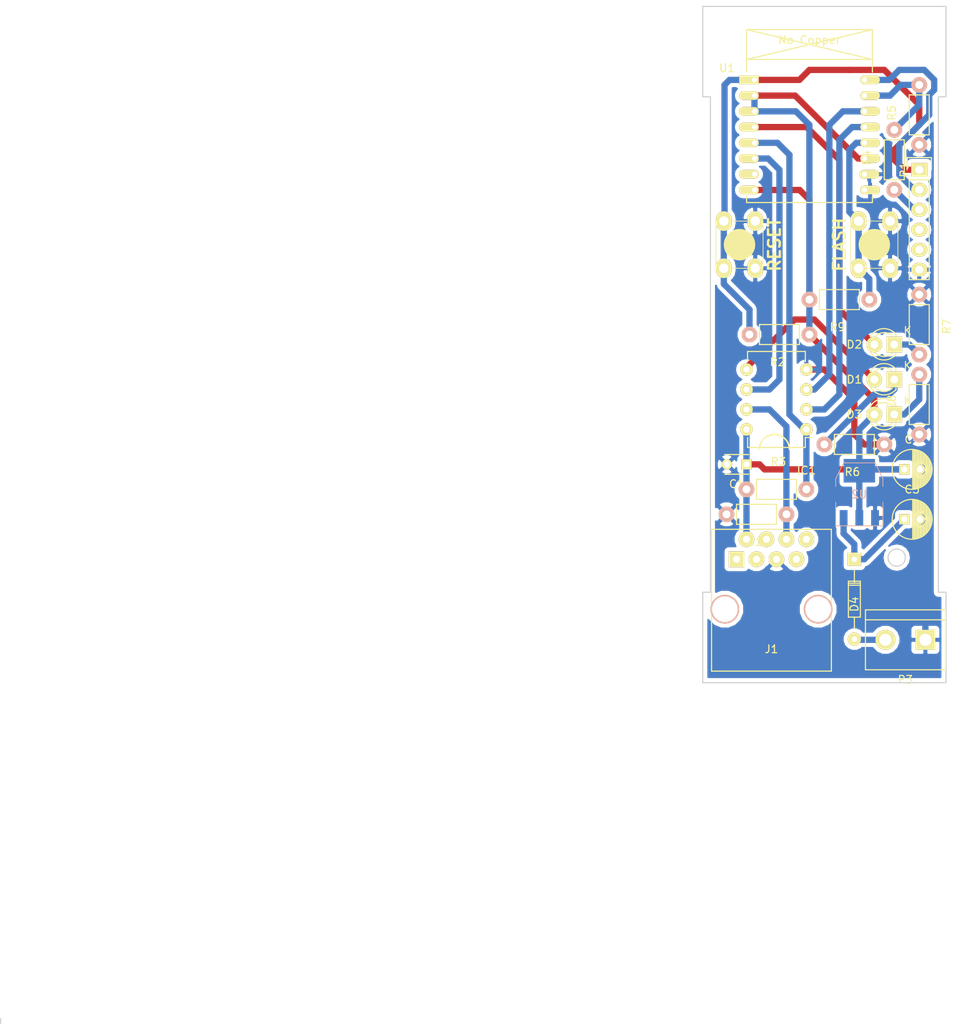
<source format=kicad_pcb>
(kicad_pcb (version 4) (host pcbnew 4.0.2+dfsg1-stable)

  (general
    (links 57)
    (no_connects 0)
    (area 55.804999 57.15 177.19512 187.400001)
    (thickness 1.6)
    (drawings 18)
    (tracks 135)
    (zones 0)
    (modules 24)
    (nets 28)
  )

  (page A4)
  (title_block
    (title "Medidor de pulsos")
    (date 2018-02-14)
    (rev 1)
  )

  (layers
    (0 F.Cu signal)
    (31 B.Cu signal)
    (32 B.Adhes user)
    (33 F.Adhes user)
    (34 B.Paste user)
    (35 F.Paste user)
    (36 B.SilkS user)
    (37 F.SilkS user)
    (38 B.Mask user)
    (39 F.Mask user)
    (40 Dwgs.User user)
    (41 Cmts.User user)
    (42 Eco1.User user)
    (43 Eco2.User user)
    (44 Edge.Cuts user)
    (45 Margin user)
    (46 B.CrtYd user)
    (47 F.CrtYd user)
    (48 B.Fab user)
    (49 F.Fab user)
  )

  (setup
    (last_trace_width 0.8)
    (user_trace_width 0.4)
    (trace_clearance 0.2)
    (zone_clearance 0.508)
    (zone_45_only yes)
    (trace_min 0.4)
    (segment_width 0.2)
    (edge_width 0.15)
    (via_size 1.2)
    (via_drill 0.8)
    (via_min_size 1.2)
    (via_min_drill 0.8)
    (uvia_size 1.2)
    (uvia_drill 0.8)
    (uvias_allowed no)
    (uvia_min_size 0.2)
    (uvia_min_drill 0.1)
    (pcb_text_width 0.3)
    (pcb_text_size 1.5 1.5)
    (mod_edge_width 0.15)
    (mod_text_size 1 1)
    (mod_text_width 0.15)
    (pad_size 4 3)
    (pad_drill 0)
    (pad_to_mask_clearance 0.2)
    (aux_axis_origin 0 0)
    (grid_origin 67.31 121.92)
    (visible_elements FFFFFFFF)
    (pcbplotparams
      (layerselection 0x01000_80000001)
      (usegerberextensions false)
      (excludeedgelayer true)
      (linewidth 0.100000)
      (plotframeref false)
      (viasonmask false)
      (mode 1)
      (useauxorigin false)
      (hpglpennumber 1)
      (hpglpenspeed 20)
      (hpglpendiameter 15)
      (hpglpenoverlay 2)
      (psnegative false)
      (psa4output false)
      (plotreference true)
      (plotvalue true)
      (plotinvisibletext false)
      (padsonsilk false)
      (subtractmaskfromsilk false)
      (outputformat 1)
      (mirror false)
      (drillshape 0)
      (scaleselection 1)
      (outputdirectory ../))
  )

  (net 0 "")
  (net 1 GND)
  (net 2 VCC)
  (net 3 ESPRST)
  (net 4 "Net-(D1-Pad1)")
  (net 5 L1)
  (net 6 L2)
  (net 7 RSTTINY)
  (net 8 RX1)
  (net 9 TX1)
  (net 10 INT1)
  (net 11 "Net-(IC1-Pad7)")
  (net 12 "Net-(J1-Pad1)")
  (net 13 "Net-(J1-Pad3)")
  (net 14 "Net-(J1-Pad4)")
  (net 15 "Net-(J1-Pad7)")
  (net 16 "Net-(J1-Pad8)")
  (net 17 TXD)
  (net 18 "Net-(P1-Pad3)")
  (net 19 "Net-(P1-Pad4)")
  (net 20 RXD)
  (net 21 "Net-(U1-Pad7)")
  (net 22 "Net-(C3-Pad1)")
  (net 23 "Net-(D2-Pad1)")
  (net 24 "Net-(D3-Pad1)")
  (net 25 "Net-(P1-Pad5)")
  (net 26 "Net-(R9-Pad1)")
  (net 27 "Net-(D4-Pad2)")

  (net_class Default "This is the default net class."
    (clearance 0.2)
    (trace_width 0.8)
    (via_dia 1.2)
    (via_drill 0.8)
    (uvia_dia 1.2)
    (uvia_drill 0.8)
    (add_net ESPRST)
    (add_net GND)
    (add_net INT1)
    (add_net L1)
    (add_net L2)
    (add_net "Net-(C3-Pad1)")
    (add_net "Net-(D1-Pad1)")
    (add_net "Net-(D2-Pad1)")
    (add_net "Net-(D3-Pad1)")
    (add_net "Net-(D4-Pad2)")
    (add_net "Net-(IC1-Pad7)")
    (add_net "Net-(J1-Pad1)")
    (add_net "Net-(J1-Pad3)")
    (add_net "Net-(J1-Pad4)")
    (add_net "Net-(J1-Pad7)")
    (add_net "Net-(J1-Pad8)")
    (add_net "Net-(P1-Pad3)")
    (add_net "Net-(P1-Pad4)")
    (add_net "Net-(P1-Pad5)")
    (add_net "Net-(R9-Pad1)")
    (add_net "Net-(U1-Pad7)")
    (add_net RSTTINY)
    (add_net RX1)
    (add_net RXD)
    (add_net TX1)
    (add_net TXD)
    (add_net VCC)
  )

  (net_class smd ""
    (clearance 0.2)
    (trace_width 0.4)
    (via_dia 1.2)
    (via_drill 0.8)
    (uvia_dia 1.2)
    (uvia_drill 0.8)
  )

  (module ESP8266:ESP-07v2 (layer F.Cu) (tedit 5AAA4E01) (tstamp 5A842350)
    (at 151.765 67.31)
    (descr "Module, ESP-8266, ESP-07v2, 16 pad, SMD")
    (tags "Module ESP-8266 ESP8266")
    (path /5A83F62A)
    (fp_text reference U1 (at -3.5 -1.5) (layer F.SilkS)
      (effects (font (size 1 1) (thickness 0.15)))
    )
    (fp_text value ESP-12E (at 6.985 14.605) (layer F.Fab)
      (effects (font (size 1 1) (thickness 0.15)))
    )
    (fp_line (start -2.25 -0.5) (end -2.25 -6.65) (layer F.CrtYd) (width 0.05))
    (fp_line (start -2.25 -6.65) (end 16.25 -6.65) (layer F.CrtYd) (width 0.05))
    (fp_line (start 16.25 -6.65) (end 16.25 16) (layer F.CrtYd) (width 0.05))
    (fp_line (start 16.25 16) (end -2.25 16) (layer F.CrtYd) (width 0.05))
    (fp_line (start -2.25 16) (end -2.25 -0.5) (layer F.CrtYd) (width 0.05))
    (fp_line (start -1 -6.4) (end 15 -6.4) (layer F.SilkS) (width 0.1524))
    (fp_line (start 15 -6.4) (end 15 -1) (layer F.SilkS) (width 0.1524))
    (fp_line (start -1 -6.4) (end -1 -1) (layer F.SilkS) (width 0.1524))
    (fp_line (start -1 14.8) (end -1 15.6) (layer F.SilkS) (width 0.1524))
    (fp_line (start -1 15.6) (end 15 15.6) (layer F.SilkS) (width 0.1524))
    (fp_line (start 15 15.6) (end 15 14.8) (layer F.SilkS) (width 0.1524))
    (fp_line (start 15 -6.4) (end -1 -2.6) (layer F.SilkS) (width 0.1524))
    (fp_line (start -1 -6.4) (end 15 -2.6) (layer F.SilkS) (width 0.1524))
    (fp_text user "No Copper" (at 6.985 -5.08) (layer F.SilkS)
      (effects (font (size 1 1) (thickness 0.15)))
    )
    (fp_line (start -1.008 -2.6) (end 14.992 -2.6) (layer F.SilkS) (width 0.1524))
    (fp_line (start 15 -6.4) (end 15 15.6) (layer F.Fab) (width 0.05))
    (fp_line (start 15 15.6) (end -1 15.6) (layer F.Fab) (width 0.05))
    (fp_line (start -1.008 15.6) (end -1.008 -6.4) (layer F.Fab) (width 0.05))
    (fp_line (start -1 -6.4) (end 15 -6.4) (layer F.Fab) (width 0.05))
    (pad 1 thru_hole rect (at 0 0) (size 2.5 1.1) (drill 0.65 (offset -0.7 0)) (layers *.Cu *.Mask F.Paste F.SilkS)
      (net 3 ESPRST))
    (pad 2 thru_hole oval (at 0 2) (size 2.5 1.1) (drill 0.65 (offset -0.7 0)) (layers *.Cu *.Mask F.Paste F.SilkS)
      (net 2 VCC))
    (pad 3 thru_hole oval (at 0 4) (size 2.5 1.1) (drill 0.65 (offset -0.7 0)) (layers *.Cu *.Mask F.Paste F.SilkS)
      (net 2 VCC))
    (pad 4 thru_hole oval (at 0 6) (size 2.5 1.1) (drill 0.65 (offset -0.7 0)) (layers *.Cu *.Mask F.Paste F.SilkS)
      (net 6 L2))
    (pad 5 thru_hole oval (at 0 8) (size 2.5 1.1) (drill 0.65 (offset -0.7 0)) (layers *.Cu *.Mask F.Paste F.SilkS)
      (net 7 RSTTINY))
    (pad 6 thru_hole oval (at 0 10) (size 2.5 1.1) (drill 0.65 (offset -0.7 0)) (layers *.Cu *.Mask F.Paste F.SilkS)
      (net 10 INT1))
    (pad 7 thru_hole oval (at 0 12) (size 2.5 1.1) (drill 0.65 (offset -0.7 0)) (layers *.Cu *.Mask F.Paste F.SilkS)
      (net 21 "Net-(U1-Pad7)"))
    (pad 8 thru_hole oval (at 0 14) (size 2.5 1.1) (drill 0.65 (offset -0.7 0)) (layers *.Cu *.Mask F.Paste F.SilkS)
      (net 2 VCC))
    (pad 9 thru_hole oval (at 14 14) (size 2.5 1.1) (drill 0.65 (offset 0.7 0)) (layers *.Cu *.Mask F.Paste F.SilkS)
      (net 1 GND))
    (pad 10 thru_hole oval (at 14 12) (size 2.5 1.1) (drill 0.65 (offset 0.6 0)) (layers *.Cu *.Mask F.Paste F.SilkS)
      (net 1 GND))
    (pad 11 thru_hole oval (at 14 10) (size 2.5 1.1) (drill 0.65 (offset 0.7 0)) (layers *.Cu *.Mask F.Paste F.SilkS)
      (net 2 VCC))
    (pad 12 thru_hole oval (at 14 8) (size 2.5 1.1) (drill 0.65 (offset 0.7 0)) (layers *.Cu *.Mask F.Paste F.SilkS)
      (net 26 "Net-(R9-Pad1)"))
    (pad 13 thru_hole oval (at 14 6) (size 2.5 1.1) (drill 0.65 (offset 0.7 0)) (layers *.Cu *.Mask F.Paste F.SilkS)
      (net 8 RX1))
    (pad 14 thru_hole oval (at 14 4) (size 2.5 1.1) (drill 0.65 (offset 0.7 0)) (layers *.Cu *.Mask F.Paste F.SilkS)
      (net 9 TX1))
    (pad 15 thru_hole oval (at 14 2) (size 2.5 1.1) (drill 0.65 (offset 0.7 0)) (layers *.Cu *.Mask F.Paste F.SilkS)
      (net 20 RXD))
    (pad 16 thru_hole oval (at 14 0) (size 2.5 1.1) (drill 0.65 (offset 0.7 0)) (layers *.Cu *.Mask F.Paste F.SilkS)
      (net 17 TXD))
    (model ${ESPLIB}/ESP8266.3dshapes/ESP-07v2.wrl
      (at (xyz 0 0 0))
      (scale (xyz 0.3937 0.3937 0.3937))
      (rotate (xyz 0 0 0))
    )
  )

  (module Connect:RJ45_8 (layer F.Cu) (tedit 5AAA4C8C) (tstamp 5A8422FB)
    (at 153.924 134.62)
    (tags RJ45)
    (path /5A83F2A8)
    (fp_text reference J1 (at 0 5.08) (layer F.SilkS)
      (effects (font (size 1 1) (thickness 0.15)))
    )
    (fp_text value RJ45 (at -0.254 6.985) (layer F.Fab)
      (effects (font (size 1 1) (thickness 0.15)))
    )
    (fp_line (start -7.62 7.874) (end 7.62 7.874) (layer F.SilkS) (width 0.15))
    (fp_line (start 7.62 7.874) (end 7.62 -10.16) (layer F.SilkS) (width 0.15))
    (fp_line (start 7.62 -10.16) (end -7.62 -10.16) (layer F.SilkS) (width 0.15))
    (fp_line (start -7.62 -10.16) (end -7.62 7.874) (layer F.SilkS) (width 0.15))
    (pad Hole np_thru_hole circle (at 5.93852 0) (size 3.64998 3.64998) (drill 3.2512) (layers *.Cu *.SilkS *.Mask))
    (pad Hole np_thru_hole circle (at -5.9309 0) (size 3.64998 3.64998) (drill 3.2512) (layers *.Cu *.SilkS *.Mask))
    (pad 1 thru_hole rect (at -4.445 -6.35) (size 2 2) (drill 0.89916) (layers *.Cu *.Mask F.SilkS)
      (net 12 "Net-(J1-Pad1)"))
    (pad 2 thru_hole circle (at -3.175 -8.89) (size 2 2) (drill 0.89916) (layers *.Cu *.Mask F.SilkS)
      (net 2 VCC))
    (pad 3 thru_hole circle (at -1.905 -6.35) (size 2 2) (drill 0.89916) (layers *.Cu *.Mask F.SilkS)
      (net 13 "Net-(J1-Pad3)"))
    (pad 4 thru_hole circle (at -0.635 -8.89) (size 2 2) (drill 0.89916) (layers *.Cu *.Mask F.SilkS)
      (net 14 "Net-(J1-Pad4)"))
    (pad 5 thru_hole circle (at 0.635 -6.35) (size 2 2) (drill 0.89916) (layers *.Cu *.Mask F.SilkS)
      (net 1 GND))
    (pad 6 thru_hole circle (at 1.905 -8.89) (size 2 2) (drill 0.89916) (layers *.Cu *.Mask F.SilkS)
      (net 11 "Net-(IC1-Pad7)"))
    (pad 7 thru_hole circle (at 3.175 -6.35) (size 2 2) (drill 0.89916) (layers *.Cu *.Mask F.SilkS)
      (net 15 "Net-(J1-Pad7)"))
    (pad 8 thru_hole circle (at 4.445 -8.89) (size 2 2) (drill 0.89916) (layers *.Cu *.Mask F.SilkS)
      (net 16 "Net-(J1-Pad8)"))
    (model Connect.3dshapes/RJ45_8.wrl
      (at (xyz 0 0 0))
      (scale (xyz 0.4 0.4 0.4))
      (rotate (xyz 0 0 0))
    )
  )

  (module Pin_Headers:Pin_Header_Straight_1x06 (layer F.Cu) (tedit 5AAA4CD4) (tstamp 5A842305)
    (at 172.72 78.74)
    (descr "Through hole pin header")
    (tags "pin header")
    (path /5A83FCE2)
    (fp_text reference P1 (at -1.905 0 90) (layer F.SilkS)
      (effects (font (size 1 1) (thickness 0.15)))
    )
    (fp_text value CONN_01X06 (at -1.905 9.525 90) (layer F.Fab)
      (effects (font (size 1 1) (thickness 0.15)))
    )
    (fp_line (start -1.75 -1.75) (end -1.75 14.45) (layer F.CrtYd) (width 0.05))
    (fp_line (start 1.75 -1.75) (end 1.75 14.45) (layer F.CrtYd) (width 0.05))
    (fp_line (start -1.75 -1.75) (end 1.75 -1.75) (layer F.CrtYd) (width 0.05))
    (fp_line (start -1.75 14.45) (end 1.75 14.45) (layer F.CrtYd) (width 0.05))
    (fp_line (start 1.27 1.27) (end 1.27 13.97) (layer F.SilkS) (width 0.15))
    (fp_line (start 1.27 13.97) (end -1.27 13.97) (layer F.SilkS) (width 0.15))
    (fp_line (start -1.27 13.97) (end -1.27 1.27) (layer F.SilkS) (width 0.15))
    (fp_line (start 1.55 -1.55) (end 1.55 0) (layer F.SilkS) (width 0.15))
    (fp_line (start 1.27 1.27) (end -1.27 1.27) (layer F.SilkS) (width 0.15))
    (fp_line (start -1.55 0) (end -1.55 -1.55) (layer F.SilkS) (width 0.15))
    (fp_line (start -1.55 -1.55) (end 1.55 -1.55) (layer F.SilkS) (width 0.15))
    (pad 1 thru_hole rect (at 0 0) (size 2.032 1.7272) (drill 1.016) (layers *.Cu *.Mask F.SilkS)
      (net 3 ESPRST))
    (pad 2 thru_hole oval (at 0 2.54) (size 2.032 1.7272) (drill 1.016) (layers *.Cu *.Mask F.SilkS)
      (net 17 TXD))
    (pad 3 thru_hole oval (at 0 5.08) (size 2.032 1.7272) (drill 1.016) (layers *.Cu *.Mask F.SilkS)
      (net 18 "Net-(P1-Pad3)"))
    (pad 4 thru_hole oval (at 0 7.62) (size 2.032 1.7272) (drill 1.016) (layers *.Cu *.Mask F.SilkS)
      (net 19 "Net-(P1-Pad4)"))
    (pad 5 thru_hole oval (at 0 10.16) (size 2.032 1.7272) (drill 1.016) (layers *.Cu *.Mask F.SilkS)
      (net 25 "Net-(P1-Pad5)"))
    (pad 6 thru_hole oval (at 0 12.7) (size 2.032 1.7272) (drill 1.016) (layers *.Cu *.Mask F.SilkS)
      (net 1 GND))
    (model Pin_Headers.3dshapes/Pin_Header_Straight_1x06.wrl
      (at (xyz 0 -0.25 0))
      (scale (xyz 1 1 1))
      (rotate (xyz 0 0 90))
    )
  )

  (module Housings_DIP:DIP-8_W7.62mm (layer F.Cu) (tedit 5AAA4C65) (tstamp 5A8422ED)
    (at 158.369 111.76 180)
    (descr "8-lead dip package, row spacing 7.62 mm (300 mils)")
    (tags "dil dip 2.54 300")
    (path /5A83F34B)
    (fp_text reference IC1 (at 0 -5.22 180) (layer F.SilkS)
      (effects (font (size 1 1) (thickness 0.15)))
    )
    (fp_text value ATTINY85-P (at 3.429 3.175 270) (layer F.Fab)
      (effects (font (size 1 1) (thickness 0.15)))
    )
    (fp_line (start -1.05 -2.45) (end -1.05 10.1) (layer F.CrtYd) (width 0.05))
    (fp_line (start 8.65 -2.45) (end 8.65 10.1) (layer F.CrtYd) (width 0.05))
    (fp_line (start -1.05 -2.45) (end 8.65 -2.45) (layer F.CrtYd) (width 0.05))
    (fp_line (start -1.05 10.1) (end 8.65 10.1) (layer F.CrtYd) (width 0.05))
    (fp_line (start 0.135 -2.295) (end 0.135 -1.025) (layer F.SilkS) (width 0.15))
    (fp_line (start 7.485 -2.295) (end 7.485 -1.025) (layer F.SilkS) (width 0.15))
    (fp_line (start 7.485 9.915) (end 7.485 8.645) (layer F.SilkS) (width 0.15))
    (fp_line (start 0.135 9.915) (end 0.135 8.645) (layer F.SilkS) (width 0.15))
    (fp_line (start 0.135 -2.295) (end 7.485 -2.295) (layer F.SilkS) (width 0.15))
    (fp_line (start 0.135 9.915) (end 7.485 9.915) (layer F.SilkS) (width 0.15))
    (fp_line (start 0.135 -1.025) (end -0.8 -1.025) (layer F.SilkS) (width 0.15))
    (pad 1 thru_hole oval (at 0 0 180) (size 1.6 1.6) (drill 0.8) (layers *.Cu *.Mask F.SilkS)
      (net 7 RSTTINY))
    (pad 2 thru_hole oval (at 0 2.54 180) (size 1.6 1.6) (drill 0.8) (layers *.Cu *.Mask F.SilkS)
      (net 8 RX1))
    (pad 3 thru_hole oval (at 0 5.08 180) (size 1.6 1.6) (drill 0.8) (layers *.Cu *.Mask F.SilkS)
      (net 9 TX1))
    (pad 4 thru_hole oval (at 0 7.62 180) (size 1.6 1.6) (drill 0.8) (layers *.Cu *.Mask F.SilkS)
      (net 1 GND))
    (pad 5 thru_hole oval (at 7.62 7.62 180) (size 1.6 1.6) (drill 0.8) (layers *.Cu *.Mask F.SilkS)
      (net 5 L1))
    (pad 6 thru_hole oval (at 7.62 5.08 180) (size 1.6 1.6) (drill 0.8) (layers *.Cu *.Mask F.SilkS)
      (net 10 INT1))
    (pad 7 thru_hole oval (at 7.62 2.54 180) (size 1.6 1.6) (drill 0.8) (layers *.Cu *.Mask F.SilkS)
      (net 11 "Net-(IC1-Pad7)"))
    (pad 8 thru_hole oval (at 7.62 0 180) (size 1.6 1.6) (drill 0.8) (layers *.Cu *.Mask F.SilkS)
      (net 2 VCC))
    (model Housings_DIP.3dshapes/DIP-8_W7.62mm.wrl
      (at (xyz 0 0 0))
      (scale (xyz 1 1 1))
      (rotate (xyz 0 0 0))
    )
  )

  (module TO_SOT_Packages_SMD:SOT-223 (layer B.Cu) (tedit 5AAA4DB2) (tstamp 5A842358)
    (at 165.1 120.015 180)
    (descr "module CMS SOT223 4 pins")
    (tags "CMS SOT")
    (path /5A83F959)
    (attr smd)
    (fp_text reference U2 (at 0 0 180) (layer B.SilkS)
      (effects (font (size 1 1) (thickness 0.15)) (justify mirror))
    )
    (fp_text value AP1117D33 (at 0 0 180) (layer B.Fab)
      (effects (font (size 1 1) (thickness 0.15)) (justify mirror))
    )
    (fp_line (start -3 -1) (end -3 -4) (layer B.SilkS) (width 0))
    (fp_line (start -3 -4) (end 3 -4) (layer B.SilkS) (width 0))
    (fp_line (start 3 -4) (end 3 -1) (layer B.SilkS) (width 0))
    (fp_line (start -3 1) (end -3 2) (layer B.SilkS) (width 0))
    (fp_line (start -3 2) (end -2 4) (layer B.SilkS) (width 0))
    (fp_line (start -2 4) (end 2 4) (layer B.SilkS) (width 0))
    (fp_line (start 2 4) (end 3 2) (layer B.SilkS) (width 0))
    (fp_line (start 3 2) (end 3 1) (layer B.SilkS) (width 0))
    (pad 2 smd rect (at 0 3 180) (size 4 3) (layers B.Cu B.Paste B.Mask)
      (net 2 VCC))
    (pad 2 smd rect (at 0 -3 180) (size 1 2) (layers B.Cu B.Paste B.Mask)
      (net 2 VCC))
    (pad 3 smd rect (at 2 -3 180) (size 1 2) (layers B.Cu B.Paste B.Mask)
      (net 22 "Net-(C3-Pad1)"))
    (pad 1 smd rect (at -2 -3 180) (size 1 2) (layers B.Cu B.Paste B.Mask)
      (net 1 GND))
    (model TO_SOT_Packages_SMD.3dshapes/SOT-223.wrl
      (at (xyz 0 0 0))
      (scale (xyz 0 0 0))
      (rotate (xyz 0 0 0))
    )
  )

  (module Buttons_Switches_ThroughHole:SW_PUSH_SMALL (layer F.Cu) (tedit 5AAA4CAB) (tstamp 5AA7B7AF)
    (at 167.005 88.265 90)
    (path /5AA7B655)
    (fp_text reference SW1 (at 0 0 90) (layer F.SilkS)
      (effects (font (size 1 1) (thickness 0.15)))
    )
    (fp_text value SW_PUSH (at 0 -6.35 90) (layer F.Fab)
      (effects (font (size 1 1) (thickness 0.15)))
    )
    (fp_circle (center 0 0) (end 0 -2) (layer F.SilkS) (width 0))
    (fp_line (start -3 -3) (end 3 -3) (layer F.SilkS) (width 0))
    (fp_line (start 3 -3) (end 3 3) (layer F.SilkS) (width 0))
    (fp_line (start 3 3) (end -3 3) (layer F.SilkS) (width 0))
    (fp_line (start -3 -3) (end -3 3) (layer F.SilkS) (width 0))
    (pad 1 thru_hole oval (at 3 -2 90) (size 2.5 2) (drill 1.2) (layers *.Cu *.Mask F.SilkS)
      (net 26 "Net-(R9-Pad1)"))
    (pad 2 thru_hole oval (at 3 2 90) (size 2.5 2) (drill 1.2) (layers *.Cu *.Mask F.SilkS)
      (net 1 GND))
    (pad 1 thru_hole oval (at -3 -2 90) (size 2.5 2) (drill 1.2) (layers *.Cu *.Mask F.SilkS)
      (net 26 "Net-(R9-Pad1)"))
    (pad 2 thru_hole oval (at -3 2 90) (size 2.5 2) (drill 1.2) (layers *.Cu *.Mask F.SilkS)
      (net 1 GND))
  )

  (module Connect:bornier2 (layer F.Cu) (tedit 5AAA4C86) (tstamp 5AA78E48)
    (at 170.96 138.515 180)
    (descr "Bornier d'alimentation 2 pins")
    (tags DEV)
    (path /5AA78F40)
    (fp_text reference P3 (at 0 -5.08 180) (layer F.SilkS)
      (effects (font (size 1 1) (thickness 0.15)))
    )
    (fp_text value CONN_01X02 (at 0.145 -3.09 180) (layer F.Fab)
      (effects (font (size 1 1) (thickness 0.15)))
    )
    (fp_line (start 5.08 2.54) (end -5.08 2.54) (layer F.SilkS) (width 0.15))
    (fp_line (start 5.08 3.81) (end 5.08 -3.81) (layer F.SilkS) (width 0.15))
    (fp_line (start 5.08 -3.81) (end -5.08 -3.81) (layer F.SilkS) (width 0.15))
    (fp_line (start -5.08 -3.81) (end -5.08 3.81) (layer F.SilkS) (width 0.15))
    (fp_line (start -5.08 3.81) (end 5.08 3.81) (layer F.SilkS) (width 0.15))
    (pad 1 thru_hole rect (at -2.54 0 180) (size 2.54 2.54) (drill 1.524) (layers *.Cu *.Mask F.SilkS)
      (net 1 GND))
    (pad 2 thru_hole circle (at 2.54 0 180) (size 2.54 2.54) (drill 1.524) (layers *.Cu *.Mask F.SilkS)
      (net 27 "Net-(D4-Pad2)"))
    (model Connect.3dshapes/bornier2.wrl
      (at (xyz 0 0 0))
      (scale (xyz 1 1 1))
      (rotate (xyz 0 0 0))
    )
  )

  (module Buttons_Switches_ThroughHole:SW_PUSH_SMALL (layer F.Cu) (tedit 5AAA4CA2) (tstamp 5A85A54E)
    (at 149.86 88.265 90)
    (path /5A854BCE)
    (fp_text reference SW2 (at 0 0 90) (layer F.SilkS)
      (effects (font (size 1 1) (thickness 0.15)))
    )
    (fp_text value SW_PUSH (at 0 6.35 90) (layer F.Fab)
      (effects (font (size 1 1) (thickness 0.15)))
    )
    (fp_circle (center 0 0) (end 0 -2) (layer F.SilkS) (width 0))
    (fp_line (start -3 -3) (end 3 -3) (layer F.SilkS) (width 0))
    (fp_line (start 3 -3) (end 3 3) (layer F.SilkS) (width 0))
    (fp_line (start 3 3) (end -3 3) (layer F.SilkS) (width 0))
    (fp_line (start -3 -3) (end -3 3) (layer F.SilkS) (width 0))
    (pad 1 thru_hole oval (at 3 -2 90) (size 2.5 2) (drill 1.2) (layers *.Cu *.Mask F.SilkS)
      (net 3 ESPRST))
    (pad 2 thru_hole oval (at 3 2 90) (size 2.5 2) (drill 1.2) (layers *.Cu *.Mask F.SilkS)
      (net 1 GND))
    (pad 1 thru_hole oval (at -3 -2 90) (size 2.5 2) (drill 1.2) (layers *.Cu *.Mask F.SilkS)
      (net 3 ESPRST))
    (pad 2 thru_hole oval (at -3 2 90) (size 2.5 2) (drill 1.2) (layers *.Cu *.Mask F.SilkS)
      (net 1 GND))
  )

  (module Resistors_ThroughHole:Resistor_Horizontal_RM7mm (layer F.Cu) (tedit 5AAA4C70) (tstamp 5A842311)
    (at 155.829 122.555 180)
    (descr "Resistor, Axial,  RM 7.62mm, 1/3W,")
    (tags "Resistor Axial RM 7.62mm 1/3W R3")
    (path /5A8486BB)
    (fp_text reference R1 (at 4.05892 -3.50012 180) (layer F.SilkS)
      (effects (font (size 1 1) (thickness 0.15)))
    )
    (fp_text value 10k (at 4.064 0 180) (layer F.Fab)
      (effects (font (size 1 1) (thickness 0.15)))
    )
    (fp_line (start -1.25 -1.5) (end 8.85 -1.5) (layer F.CrtYd) (width 0.05))
    (fp_line (start -1.25 1.5) (end -1.25 -1.5) (layer F.CrtYd) (width 0.05))
    (fp_line (start 8.85 -1.5) (end 8.85 1.5) (layer F.CrtYd) (width 0.05))
    (fp_line (start -1.25 1.5) (end 8.85 1.5) (layer F.CrtYd) (width 0.05))
    (fp_line (start 1.27 -1.27) (end 6.35 -1.27) (layer F.SilkS) (width 0.15))
    (fp_line (start 6.35 -1.27) (end 6.35 1.27) (layer F.SilkS) (width 0.15))
    (fp_line (start 6.35 1.27) (end 1.27 1.27) (layer F.SilkS) (width 0.15))
    (fp_line (start 1.27 1.27) (end 1.27 -1.27) (layer F.SilkS) (width 0.15))
    (pad 1 thru_hole circle (at 0 0 180) (size 1.99898 1.99898) (drill 1.00076) (layers *.Cu *.SilkS *.Mask)
      (net 11 "Net-(IC1-Pad7)"))
    (pad 2 thru_hole circle (at 7.62 0 180) (size 1.99898 1.99898) (drill 1.00076) (layers *.Cu *.SilkS *.Mask)
      (net 1 GND))
  )

  (module Resistors_ThroughHole:Resistor_Horizontal_RM7mm (layer F.Cu) (tedit 5AAA4C97) (tstamp 5A842317)
    (at 158.75 99.695 180)
    (descr "Resistor, Axial,  RM 7.62mm, 1/3W,")
    (tags "Resistor Axial RM 7.62mm 1/3W R3")
    (path /5A83F758)
    (fp_text reference R2 (at 4.05892 -3.50012 180) (layer F.SilkS)
      (effects (font (size 1 1) (thickness 0.15)))
    )
    (fp_text value 10k (at 3.81 0 180) (layer F.Fab)
      (effects (font (size 1 1) (thickness 0.15)))
    )
    (fp_line (start -1.25 -1.5) (end 8.85 -1.5) (layer F.CrtYd) (width 0.05))
    (fp_line (start -1.25 1.5) (end -1.25 -1.5) (layer F.CrtYd) (width 0.05))
    (fp_line (start 8.85 -1.5) (end 8.85 1.5) (layer F.CrtYd) (width 0.05))
    (fp_line (start -1.25 1.5) (end 8.85 1.5) (layer F.CrtYd) (width 0.05))
    (fp_line (start 1.27 -1.27) (end 6.35 -1.27) (layer F.SilkS) (width 0.15))
    (fp_line (start 6.35 -1.27) (end 6.35 1.27) (layer F.SilkS) (width 0.15))
    (fp_line (start 6.35 1.27) (end 1.27 1.27) (layer F.SilkS) (width 0.15))
    (fp_line (start 1.27 1.27) (end 1.27 -1.27) (layer F.SilkS) (width 0.15))
    (pad 1 thru_hole circle (at 0 0 180) (size 1.99898 1.99898) (drill 1.00076) (layers *.Cu *.SilkS *.Mask)
      (net 2 VCC))
    (pad 2 thru_hole circle (at 7.62 0 180) (size 1.99898 1.99898) (drill 1.00076) (layers *.Cu *.SilkS *.Mask)
      (net 3 ESPRST))
  )

  (module Resistors_ThroughHole:Resistor_Horizontal_RM7mm (layer F.Cu) (tedit 5AAA4C75) (tstamp 5A84231D)
    (at 150.749 119.38)
    (descr "Resistor, Axial,  RM 7.62mm, 1/3W,")
    (tags "Resistor Axial RM 7.62mm 1/3W R3")
    (path /5A8478DF)
    (fp_text reference R3 (at 4.05892 -3.50012) (layer F.SilkS)
      (effects (font (size 1 1) (thickness 0.15)))
    )
    (fp_text value 10k (at 3.556 0) (layer F.Fab)
      (effects (font (size 1 1) (thickness 0.15)))
    )
    (fp_line (start -1.25 -1.5) (end 8.85 -1.5) (layer F.CrtYd) (width 0.05))
    (fp_line (start -1.25 1.5) (end -1.25 -1.5) (layer F.CrtYd) (width 0.05))
    (fp_line (start 8.85 -1.5) (end 8.85 1.5) (layer F.CrtYd) (width 0.05))
    (fp_line (start -1.25 1.5) (end 8.85 1.5) (layer F.CrtYd) (width 0.05))
    (fp_line (start 1.27 -1.27) (end 6.35 -1.27) (layer F.SilkS) (width 0.15))
    (fp_line (start 6.35 -1.27) (end 6.35 1.27) (layer F.SilkS) (width 0.15))
    (fp_line (start 6.35 1.27) (end 1.27 1.27) (layer F.SilkS) (width 0.15))
    (fp_line (start 1.27 1.27) (end 1.27 -1.27) (layer F.SilkS) (width 0.15))
    (pad 1 thru_hole circle (at 0 0) (size 1.99898 1.99898) (drill 1.00076) (layers *.Cu *.SilkS *.Mask)
      (net 2 VCC))
    (pad 2 thru_hole circle (at 7.62 0) (size 1.99898 1.99898) (drill 1.00076) (layers *.Cu *.SilkS *.Mask)
      (net 7 RSTTINY))
  )

  (module Resistors_ThroughHole:Resistor_Horizontal_RM7mm (layer F.Cu) (tedit 5AAA4CBF) (tstamp 5A842323)
    (at 169.545 81.28 90)
    (descr "Resistor, Axial,  RM 7.62mm, 1/3W,")
    (tags "Resistor Axial RM 7.62mm 1/3W R3")
    (path /5A846003)
    (fp_text reference R4 (at 4.05892 -3.50012 90) (layer F.SilkS)
      (effects (font (size 1 1) (thickness 0.15)))
    )
    (fp_text value 6.8k (at 3.81 0 90) (layer F.Fab)
      (effects (font (size 1 1) (thickness 0.15)))
    )
    (fp_line (start -1.25 -1.5) (end 8.85 -1.5) (layer F.CrtYd) (width 0.05))
    (fp_line (start -1.25 1.5) (end -1.25 -1.5) (layer F.CrtYd) (width 0.05))
    (fp_line (start 8.85 -1.5) (end 8.85 1.5) (layer F.CrtYd) (width 0.05))
    (fp_line (start -1.25 1.5) (end 8.85 1.5) (layer F.CrtYd) (width 0.05))
    (fp_line (start 1.27 -1.27) (end 6.35 -1.27) (layer F.SilkS) (width 0.15))
    (fp_line (start 6.35 -1.27) (end 6.35 1.27) (layer F.SilkS) (width 0.15))
    (fp_line (start 6.35 1.27) (end 1.27 1.27) (layer F.SilkS) (width 0.15))
    (fp_line (start 1.27 1.27) (end 1.27 -1.27) (layer F.SilkS) (width 0.15))
    (pad 1 thru_hole circle (at 0 0 90) (size 1.99898 1.99898) (drill 1.00076) (layers *.Cu *.SilkS *.Mask)
      (net 18 "Net-(P1-Pad3)"))
    (pad 2 thru_hole circle (at 7.62 0 90) (size 1.99898 1.99898) (drill 1.00076) (layers *.Cu *.SilkS *.Mask)
      (net 20 RXD))
  )

  (module Resistors_ThroughHole:Resistor_Horizontal_RM7mm (layer F.Cu) (tedit 5AAA4CC3) (tstamp 5A842329)
    (at 172.72 75.565 90)
    (descr "Resistor, Axial,  RM 7.62mm, 1/3W,")
    (tags "Resistor Axial RM 7.62mm 1/3W R3")
    (path /5A8461CA)
    (fp_text reference R5 (at 4.05892 -3.50012 90) (layer F.SilkS)
      (effects (font (size 1 1) (thickness 0.15)))
    )
    (fp_text value 12k (at 4.445 0 90) (layer F.Fab)
      (effects (font (size 1 1) (thickness 0.15)))
    )
    (fp_line (start -1.25 -1.5) (end 8.85 -1.5) (layer F.CrtYd) (width 0.05))
    (fp_line (start -1.25 1.5) (end -1.25 -1.5) (layer F.CrtYd) (width 0.05))
    (fp_line (start 8.85 -1.5) (end 8.85 1.5) (layer F.CrtYd) (width 0.05))
    (fp_line (start -1.25 1.5) (end 8.85 1.5) (layer F.CrtYd) (width 0.05))
    (fp_line (start 1.27 -1.27) (end 6.35 -1.27) (layer F.SilkS) (width 0.15))
    (fp_line (start 6.35 -1.27) (end 6.35 1.27) (layer F.SilkS) (width 0.15))
    (fp_line (start 6.35 1.27) (end 1.27 1.27) (layer F.SilkS) (width 0.15))
    (fp_line (start 1.27 1.27) (end 1.27 -1.27) (layer F.SilkS) (width 0.15))
    (pad 1 thru_hole circle (at 0 0 90) (size 1.99898 1.99898) (drill 1.00076) (layers *.Cu *.SilkS *.Mask)
      (net 1 GND))
    (pad 2 thru_hole circle (at 7.62 0 90) (size 1.99898 1.99898) (drill 1.00076) (layers *.Cu *.SilkS *.Mask)
      (net 20 RXD))
  )

  (module Capacitors_ThroughHole:C_Radial_D5_L11_P2 (layer F.Cu) (tedit 0) (tstamp 5A8422C9)
    (at 170.815 123.19)
    (descr "Radial Electrolytic Capacitor 5mm x Length 11mm, Pitch 2mm")
    (tags "Electrolytic Capacitor")
    (path /5A8494AE)
    (fp_text reference C3 (at 1 -3.8) (layer F.SilkS)
      (effects (font (size 1 1) (thickness 0.15)))
    )
    (fp_text value 10uF (at 1 3.8) (layer F.Fab)
      (effects (font (size 1 1) (thickness 0.15)))
    )
    (fp_line (start 1.075 -2.499) (end 1.075 2.499) (layer F.SilkS) (width 0.15))
    (fp_line (start 1.215 -2.491) (end 1.215 -0.154) (layer F.SilkS) (width 0.15))
    (fp_line (start 1.215 0.154) (end 1.215 2.491) (layer F.SilkS) (width 0.15))
    (fp_line (start 1.355 -2.475) (end 1.355 -0.473) (layer F.SilkS) (width 0.15))
    (fp_line (start 1.355 0.473) (end 1.355 2.475) (layer F.SilkS) (width 0.15))
    (fp_line (start 1.495 -2.451) (end 1.495 -0.62) (layer F.SilkS) (width 0.15))
    (fp_line (start 1.495 0.62) (end 1.495 2.451) (layer F.SilkS) (width 0.15))
    (fp_line (start 1.635 -2.418) (end 1.635 -0.712) (layer F.SilkS) (width 0.15))
    (fp_line (start 1.635 0.712) (end 1.635 2.418) (layer F.SilkS) (width 0.15))
    (fp_line (start 1.775 -2.377) (end 1.775 -0.768) (layer F.SilkS) (width 0.15))
    (fp_line (start 1.775 0.768) (end 1.775 2.377) (layer F.SilkS) (width 0.15))
    (fp_line (start 1.915 -2.327) (end 1.915 -0.795) (layer F.SilkS) (width 0.15))
    (fp_line (start 1.915 0.795) (end 1.915 2.327) (layer F.SilkS) (width 0.15))
    (fp_line (start 2.055 -2.266) (end 2.055 -0.798) (layer F.SilkS) (width 0.15))
    (fp_line (start 2.055 0.798) (end 2.055 2.266) (layer F.SilkS) (width 0.15))
    (fp_line (start 2.195 -2.196) (end 2.195 -0.776) (layer F.SilkS) (width 0.15))
    (fp_line (start 2.195 0.776) (end 2.195 2.196) (layer F.SilkS) (width 0.15))
    (fp_line (start 2.335 -2.114) (end 2.335 -0.726) (layer F.SilkS) (width 0.15))
    (fp_line (start 2.335 0.726) (end 2.335 2.114) (layer F.SilkS) (width 0.15))
    (fp_line (start 2.475 -2.019) (end 2.475 -0.644) (layer F.SilkS) (width 0.15))
    (fp_line (start 2.475 0.644) (end 2.475 2.019) (layer F.SilkS) (width 0.15))
    (fp_line (start 2.615 -1.908) (end 2.615 -0.512) (layer F.SilkS) (width 0.15))
    (fp_line (start 2.615 0.512) (end 2.615 1.908) (layer F.SilkS) (width 0.15))
    (fp_line (start 2.755 -1.78) (end 2.755 -0.265) (layer F.SilkS) (width 0.15))
    (fp_line (start 2.755 0.265) (end 2.755 1.78) (layer F.SilkS) (width 0.15))
    (fp_line (start 2.895 -1.631) (end 2.895 1.631) (layer F.SilkS) (width 0.15))
    (fp_line (start 3.035 -1.452) (end 3.035 1.452) (layer F.SilkS) (width 0.15))
    (fp_line (start 3.175 -1.233) (end 3.175 1.233) (layer F.SilkS) (width 0.15))
    (fp_line (start 3.315 -0.944) (end 3.315 0.944) (layer F.SilkS) (width 0.15))
    (fp_line (start 3.455 -0.472) (end 3.455 0.472) (layer F.SilkS) (width 0.15))
    (fp_circle (center 2 0) (end 2 -0.8) (layer F.SilkS) (width 0.15))
    (fp_circle (center 1 0) (end 1 -2.5375) (layer F.SilkS) (width 0.15))
    (fp_circle (center 1 0) (end 1 -2.8) (layer F.CrtYd) (width 0.05))
    (pad 1 thru_hole rect (at 0 0) (size 1.3 1.3) (drill 0.8) (layers *.Cu *.Mask F.SilkS)
      (net 22 "Net-(C3-Pad1)"))
    (pad 2 thru_hole circle (at 2 0) (size 1.3 1.3) (drill 0.8) (layers *.Cu *.Mask F.SilkS)
      (net 1 GND))
    (model Capacitors_ThroughHole.3dshapes/C_Radial_D5_L11_P2.wrl
      (at (xyz 0 0 0))
      (scale (xyz 1 1 1))
      (rotate (xyz 0 0 0))
    )
  )

  (module Capacitors_ThroughHole:C_Radial_D5_L11_P2 (layer F.Cu) (tedit 0) (tstamp 5A8422CF)
    (at 170.815 116.84)
    (descr "Radial Electrolytic Capacitor 5mm x Length 11mm, Pitch 2mm")
    (tags "Electrolytic Capacitor")
    (path /5A8495F3)
    (fp_text reference C4 (at 1 -3.8) (layer F.SilkS)
      (effects (font (size 1 1) (thickness 0.15)))
    )
    (fp_text value 10uF (at 1 3.8) (layer F.Fab)
      (effects (font (size 1 1) (thickness 0.15)))
    )
    (fp_line (start 1.075 -2.499) (end 1.075 2.499) (layer F.SilkS) (width 0.15))
    (fp_line (start 1.215 -2.491) (end 1.215 -0.154) (layer F.SilkS) (width 0.15))
    (fp_line (start 1.215 0.154) (end 1.215 2.491) (layer F.SilkS) (width 0.15))
    (fp_line (start 1.355 -2.475) (end 1.355 -0.473) (layer F.SilkS) (width 0.15))
    (fp_line (start 1.355 0.473) (end 1.355 2.475) (layer F.SilkS) (width 0.15))
    (fp_line (start 1.495 -2.451) (end 1.495 -0.62) (layer F.SilkS) (width 0.15))
    (fp_line (start 1.495 0.62) (end 1.495 2.451) (layer F.SilkS) (width 0.15))
    (fp_line (start 1.635 -2.418) (end 1.635 -0.712) (layer F.SilkS) (width 0.15))
    (fp_line (start 1.635 0.712) (end 1.635 2.418) (layer F.SilkS) (width 0.15))
    (fp_line (start 1.775 -2.377) (end 1.775 -0.768) (layer F.SilkS) (width 0.15))
    (fp_line (start 1.775 0.768) (end 1.775 2.377) (layer F.SilkS) (width 0.15))
    (fp_line (start 1.915 -2.327) (end 1.915 -0.795) (layer F.SilkS) (width 0.15))
    (fp_line (start 1.915 0.795) (end 1.915 2.327) (layer F.SilkS) (width 0.15))
    (fp_line (start 2.055 -2.266) (end 2.055 -0.798) (layer F.SilkS) (width 0.15))
    (fp_line (start 2.055 0.798) (end 2.055 2.266) (layer F.SilkS) (width 0.15))
    (fp_line (start 2.195 -2.196) (end 2.195 -0.776) (layer F.SilkS) (width 0.15))
    (fp_line (start 2.195 0.776) (end 2.195 2.196) (layer F.SilkS) (width 0.15))
    (fp_line (start 2.335 -2.114) (end 2.335 -0.726) (layer F.SilkS) (width 0.15))
    (fp_line (start 2.335 0.726) (end 2.335 2.114) (layer F.SilkS) (width 0.15))
    (fp_line (start 2.475 -2.019) (end 2.475 -0.644) (layer F.SilkS) (width 0.15))
    (fp_line (start 2.475 0.644) (end 2.475 2.019) (layer F.SilkS) (width 0.15))
    (fp_line (start 2.615 -1.908) (end 2.615 -0.512) (layer F.SilkS) (width 0.15))
    (fp_line (start 2.615 0.512) (end 2.615 1.908) (layer F.SilkS) (width 0.15))
    (fp_line (start 2.755 -1.78) (end 2.755 -0.265) (layer F.SilkS) (width 0.15))
    (fp_line (start 2.755 0.265) (end 2.755 1.78) (layer F.SilkS) (width 0.15))
    (fp_line (start 2.895 -1.631) (end 2.895 1.631) (layer F.SilkS) (width 0.15))
    (fp_line (start 3.035 -1.452) (end 3.035 1.452) (layer F.SilkS) (width 0.15))
    (fp_line (start 3.175 -1.233) (end 3.175 1.233) (layer F.SilkS) (width 0.15))
    (fp_line (start 3.315 -0.944) (end 3.315 0.944) (layer F.SilkS) (width 0.15))
    (fp_line (start 3.455 -0.472) (end 3.455 0.472) (layer F.SilkS) (width 0.15))
    (fp_circle (center 2 0) (end 2 -0.8) (layer F.SilkS) (width 0.15))
    (fp_circle (center 1 0) (end 1 -2.5375) (layer F.SilkS) (width 0.15))
    (fp_circle (center 1 0) (end 1 -2.8) (layer F.CrtYd) (width 0.05))
    (pad 1 thru_hole rect (at 0 0) (size 1.3 1.3) (drill 0.8) (layers *.Cu *.Mask F.SilkS)
      (net 2 VCC))
    (pad 2 thru_hole circle (at 2 0) (size 1.3 1.3) (drill 0.8) (layers *.Cu *.Mask F.SilkS)
      (net 1 GND))
    (model Capacitors_ThroughHole.3dshapes/C_Radial_D5_L11_P2.wrl
      (at (xyz 0 0 0))
      (scale (xyz 1 1 1))
      (rotate (xyz 0 0 0))
    )
  )

  (module Capacitors_ThroughHole:C_Disc_D3_P2.5 (layer F.Cu) (tedit 0) (tstamp 5A8422BD)
    (at 150.749 116.205 180)
    (descr "Capacitor 3mm Disc, Pitch 2.5mm")
    (tags Capacitor)
    (path /5A83FA8E)
    (fp_text reference C1 (at 1.25 -2.5 180) (layer F.SilkS)
      (effects (font (size 1 1) (thickness 0.15)))
    )
    (fp_text value 100nF (at 1.25 2.5 180) (layer F.Fab)
      (effects (font (size 1 1) (thickness 0.15)))
    )
    (fp_line (start -0.9 -1.5) (end 3.4 -1.5) (layer F.CrtYd) (width 0.05))
    (fp_line (start 3.4 -1.5) (end 3.4 1.5) (layer F.CrtYd) (width 0.05))
    (fp_line (start 3.4 1.5) (end -0.9 1.5) (layer F.CrtYd) (width 0.05))
    (fp_line (start -0.9 1.5) (end -0.9 -1.5) (layer F.CrtYd) (width 0.05))
    (fp_line (start -0.25 -1.25) (end 2.75 -1.25) (layer F.SilkS) (width 0.15))
    (fp_line (start 2.75 1.25) (end -0.25 1.25) (layer F.SilkS) (width 0.15))
    (pad 1 thru_hole rect (at 0 0 180) (size 1.3 1.3) (drill 0.8) (layers *.Cu *.Mask F.SilkS)
      (net 2 VCC))
    (pad 2 thru_hole circle (at 2.5 0 180) (size 1.3 1.3) (drill 0.8001) (layers *.Cu *.Mask F.SilkS)
      (net 1 GND))
    (model Capacitors_ThroughHole.3dshapes/C_Disc_D3_P2.5.wrl
      (at (xyz 0.0492126 0 0))
      (scale (xyz 1 1 1))
      (rotate (xyz 0 0 0))
    )
  )

  (module Resistors_ThroughHole:Resistor_Horizontal_RM7mm (layer F.Cu) (tedit 5AAA4C94) (tstamp 5AA7B64F)
    (at 166.37 95.25 180)
    (descr "Resistor, Axial,  RM 7.62mm, 1/3W,")
    (tags "Resistor Axial RM 7.62mm 1/3W R3")
    (path /5AA7B726)
    (fp_text reference R9 (at 4.05892 -3.50012 180) (layer F.SilkS)
      (effects (font (size 1 1) (thickness 0.15)))
    )
    (fp_text value 10k (at 3.81 0 180) (layer F.Fab)
      (effects (font (size 1 1) (thickness 0.15)))
    )
    (fp_line (start -1.25 -1.5) (end 8.85 -1.5) (layer F.CrtYd) (width 0.05))
    (fp_line (start -1.25 1.5) (end -1.25 -1.5) (layer F.CrtYd) (width 0.05))
    (fp_line (start 8.85 -1.5) (end 8.85 1.5) (layer F.CrtYd) (width 0.05))
    (fp_line (start -1.25 1.5) (end 8.85 1.5) (layer F.CrtYd) (width 0.05))
    (fp_line (start 1.27 -1.27) (end 6.35 -1.27) (layer F.SilkS) (width 0.15))
    (fp_line (start 6.35 -1.27) (end 6.35 1.27) (layer F.SilkS) (width 0.15))
    (fp_line (start 6.35 1.27) (end 1.27 1.27) (layer F.SilkS) (width 0.15))
    (fp_line (start 1.27 1.27) (end 1.27 -1.27) (layer F.SilkS) (width 0.15))
    (pad 1 thru_hole circle (at 0 0 180) (size 1.99898 1.99898) (drill 1.00076) (layers *.Cu *.SilkS *.Mask)
      (net 26 "Net-(R9-Pad1)"))
    (pad 2 thru_hole circle (at 7.62 0 180) (size 1.99898 1.99898) (drill 1.00076) (layers *.Cu *.SilkS *.Mask)
      (net 2 VCC))
  )

  (module LEDs:LED-3MM (layer F.Cu) (tedit 5AAA4C4E) (tstamp 5AA7DBEC)
    (at 169.545 105.41 180)
    (descr "LED 3mm round vertical")
    (tags "LED  3mm round vertical")
    (path /5A83FD4B)
    (fp_text reference D1 (at 5.08 0 180) (layer F.SilkS)
      (effects (font (size 1 1) (thickness 0.15)))
    )
    (fp_text value LED (at 1.3 -2.9 180) (layer F.Fab)
      (effects (font (size 1 1) (thickness 0.15)))
    )
    (fp_line (start -1.2 2.3) (end 3.8 2.3) (layer F.CrtYd) (width 0.05))
    (fp_line (start 3.8 2.3) (end 3.8 -2.2) (layer F.CrtYd) (width 0.05))
    (fp_line (start 3.8 -2.2) (end -1.2 -2.2) (layer F.CrtYd) (width 0.05))
    (fp_line (start -1.2 -2.2) (end -1.2 2.3) (layer F.CrtYd) (width 0.05))
    (fp_line (start -0.199 1.314) (end -0.199 1.114) (layer F.SilkS) (width 0.15))
    (fp_line (start -0.199 -1.28) (end -0.199 -1.1) (layer F.SilkS) (width 0.15))
    (fp_arc (start 1.301 0.034) (end -0.199 -1.286) (angle 108.5) (layer F.SilkS) (width 0.15))
    (fp_arc (start 1.301 0.034) (end 0.25 -1.1) (angle 85.7) (layer F.SilkS) (width 0.15))
    (fp_arc (start 1.311 0.034) (end 3.051 0.994) (angle 110) (layer F.SilkS) (width 0.15))
    (fp_arc (start 1.301 0.034) (end 2.335 1.094) (angle 87.5) (layer F.SilkS) (width 0.15))
    (fp_text user K (at -1.69 1.74 180) (layer F.SilkS)
      (effects (font (size 1 1) (thickness 0.15)))
    )
    (pad 1 thru_hole rect (at 0 0 270) (size 2 2) (drill 1.00076) (layers *.Cu *.Mask F.SilkS)
      (net 4 "Net-(D1-Pad1)"))
    (pad 2 thru_hole circle (at 2.54 0 180) (size 2 2) (drill 1.00076) (layers *.Cu *.Mask F.SilkS)
      (net 5 L1))
    (model LEDs.3dshapes/LED-3MM.wrl
      (at (xyz 0.05 0 0))
      (scale (xyz 1 1 1))
      (rotate (xyz 0 0 90))
    )
  )

  (module LEDs:LED-3MM (layer F.Cu) (tedit 5AAA4C4A) (tstamp 5AA7DBF2)
    (at 169.545 100.965 180)
    (descr "LED 3mm round vertical")
    (tags "LED  3mm round vertical")
    (path /5A83FEA4)
    (fp_text reference D2 (at 5.08 0 180) (layer F.SilkS)
      (effects (font (size 1 1) (thickness 0.15)))
    )
    (fp_text value LED (at 1.3 -2.9 180) (layer F.Fab)
      (effects (font (size 1 1) (thickness 0.15)))
    )
    (fp_line (start -1.2 2.3) (end 3.8 2.3) (layer F.CrtYd) (width 0.05))
    (fp_line (start 3.8 2.3) (end 3.8 -2.2) (layer F.CrtYd) (width 0.05))
    (fp_line (start 3.8 -2.2) (end -1.2 -2.2) (layer F.CrtYd) (width 0.05))
    (fp_line (start -1.2 -2.2) (end -1.2 2.3) (layer F.CrtYd) (width 0.05))
    (fp_line (start -0.199 1.314) (end -0.199 1.114) (layer F.SilkS) (width 0.15))
    (fp_line (start -0.199 -1.28) (end -0.199 -1.1) (layer F.SilkS) (width 0.15))
    (fp_arc (start 1.301 0.034) (end -0.199 -1.286) (angle 108.5) (layer F.SilkS) (width 0.15))
    (fp_arc (start 1.301 0.034) (end 0.25 -1.1) (angle 85.7) (layer F.SilkS) (width 0.15))
    (fp_arc (start 1.311 0.034) (end 3.051 0.994) (angle 110) (layer F.SilkS) (width 0.15))
    (fp_arc (start 1.301 0.034) (end 2.335 1.094) (angle 87.5) (layer F.SilkS) (width 0.15))
    (fp_text user K (at -1.69 1.74 180) (layer F.SilkS)
      (effects (font (size 1 1) (thickness 0.15)))
    )
    (pad 1 thru_hole rect (at 0 0 270) (size 2 2) (drill 1.00076) (layers *.Cu *.Mask F.SilkS)
      (net 23 "Net-(D2-Pad1)"))
    (pad 2 thru_hole circle (at 2.54 0 180) (size 2 2) (drill 1.00076) (layers *.Cu *.Mask F.SilkS)
      (net 6 L2))
    (model LEDs.3dshapes/LED-3MM.wrl
      (at (xyz 0.05 0 0))
      (scale (xyz 1 1 1))
      (rotate (xyz 0 0 90))
    )
  )

  (module LEDs:LED-3MM (layer F.Cu) (tedit 5AAA4C57) (tstamp 5AA7DBF8)
    (at 169.545 109.855 180)
    (descr "LED 3mm round vertical")
    (tags "LED  3mm round vertical")
    (path /5A83FF0F)
    (fp_text reference D3 (at 5.08 0 180) (layer F.SilkS)
      (effects (font (size 1 1) (thickness 0.15)))
    )
    (fp_text value LED (at 1.3 -2.9 180) (layer F.Fab)
      (effects (font (size 1 1) (thickness 0.15)))
    )
    (fp_line (start -1.2 2.3) (end 3.8 2.3) (layer F.CrtYd) (width 0.05))
    (fp_line (start 3.8 2.3) (end 3.8 -2.2) (layer F.CrtYd) (width 0.05))
    (fp_line (start 3.8 -2.2) (end -1.2 -2.2) (layer F.CrtYd) (width 0.05))
    (fp_line (start -1.2 -2.2) (end -1.2 2.3) (layer F.CrtYd) (width 0.05))
    (fp_line (start -0.199 1.314) (end -0.199 1.114) (layer F.SilkS) (width 0.15))
    (fp_line (start -0.199 -1.28) (end -0.199 -1.1) (layer F.SilkS) (width 0.15))
    (fp_arc (start 1.301 0.034) (end -0.199 -1.286) (angle 108.5) (layer F.SilkS) (width 0.15))
    (fp_arc (start 1.301 0.034) (end 0.25 -1.1) (angle 85.7) (layer F.SilkS) (width 0.15))
    (fp_arc (start 1.311 0.034) (end 3.051 0.994) (angle 110) (layer F.SilkS) (width 0.15))
    (fp_arc (start 1.301 0.034) (end 2.335 1.094) (angle 87.5) (layer F.SilkS) (width 0.15))
    (fp_text user K (at -1.69 1.74 180) (layer F.SilkS)
      (effects (font (size 1 1) (thickness 0.15)))
    )
    (pad 1 thru_hole rect (at 0 0 270) (size 2 2) (drill 1.00076) (layers *.Cu *.Mask F.SilkS)
      (net 24 "Net-(D3-Pad1)"))
    (pad 2 thru_hole circle (at 2.54 0 180) (size 2 2) (drill 1.00076) (layers *.Cu *.Mask F.SilkS)
      (net 2 VCC))
    (model LEDs.3dshapes/LED-3MM.wrl
      (at (xyz 0.05 0 0))
      (scale (xyz 1 1 1))
      (rotate (xyz 0 0 90))
    )
  )

  (module Resistors_ThroughHole:Resistor_Horizontal_RM7mm (layer F.Cu) (tedit 5AAA4C5B) (tstamp 5AA7DBFE)
    (at 168.275 113.665 180)
    (descr "Resistor, Axial,  RM 7.62mm, 1/3W,")
    (tags "Resistor Axial RM 7.62mm 1/3W R3")
    (path /5A858C9F)
    (fp_text reference R6 (at 4.05892 -3.50012 180) (layer F.SilkS)
      (effects (font (size 1 1) (thickness 0.15)))
    )
    (fp_text value 220 (at 3.81 0 180) (layer F.Fab)
      (effects (font (size 1 1) (thickness 0.15)))
    )
    (fp_line (start -1.25 -1.5) (end 8.85 -1.5) (layer F.CrtYd) (width 0.05))
    (fp_line (start -1.25 1.5) (end -1.25 -1.5) (layer F.CrtYd) (width 0.05))
    (fp_line (start 8.85 -1.5) (end 8.85 1.5) (layer F.CrtYd) (width 0.05))
    (fp_line (start -1.25 1.5) (end 8.85 1.5) (layer F.CrtYd) (width 0.05))
    (fp_line (start 1.27 -1.27) (end 6.35 -1.27) (layer F.SilkS) (width 0.15))
    (fp_line (start 6.35 -1.27) (end 6.35 1.27) (layer F.SilkS) (width 0.15))
    (fp_line (start 6.35 1.27) (end 1.27 1.27) (layer F.SilkS) (width 0.15))
    (fp_line (start 1.27 1.27) (end 1.27 -1.27) (layer F.SilkS) (width 0.15))
    (pad 1 thru_hole circle (at 0 0 180) (size 1.99898 1.99898) (drill 1.00076) (layers *.Cu *.SilkS *.Mask)
      (net 1 GND))
    (pad 2 thru_hole circle (at 7.62 0 180) (size 1.99898 1.99898) (drill 1.00076) (layers *.Cu *.SilkS *.Mask)
      (net 4 "Net-(D1-Pad1)"))
  )

  (module Resistors_ThroughHole:Resistor_Horizontal_RM7mm (layer F.Cu) (tedit 5AAA4C42) (tstamp 5AA7DC04)
    (at 172.72 94.615 270)
    (descr "Resistor, Axial,  RM 7.62mm, 1/3W,")
    (tags "Resistor Axial RM 7.62mm 1/3W R3")
    (path /5A858C3C)
    (fp_text reference R7 (at 4.05892 -3.50012 270) (layer F.SilkS)
      (effects (font (size 1 1) (thickness 0.15)))
    )
    (fp_text value 220 (at 3.81 0 270) (layer F.Fab)
      (effects (font (size 1 1) (thickness 0.15)))
    )
    (fp_line (start -1.25 -1.5) (end 8.85 -1.5) (layer F.CrtYd) (width 0.05))
    (fp_line (start -1.25 1.5) (end -1.25 -1.5) (layer F.CrtYd) (width 0.05))
    (fp_line (start 8.85 -1.5) (end 8.85 1.5) (layer F.CrtYd) (width 0.05))
    (fp_line (start -1.25 1.5) (end 8.85 1.5) (layer F.CrtYd) (width 0.05))
    (fp_line (start 1.27 -1.27) (end 6.35 -1.27) (layer F.SilkS) (width 0.15))
    (fp_line (start 6.35 -1.27) (end 6.35 1.27) (layer F.SilkS) (width 0.15))
    (fp_line (start 6.35 1.27) (end 1.27 1.27) (layer F.SilkS) (width 0.15))
    (fp_line (start 1.27 1.27) (end 1.27 -1.27) (layer F.SilkS) (width 0.15))
    (pad 1 thru_hole circle (at 0 0 270) (size 1.99898 1.99898) (drill 1.00076) (layers *.Cu *.SilkS *.Mask)
      (net 1 GND))
    (pad 2 thru_hole circle (at 7.62 0 270) (size 1.99898 1.99898) (drill 1.00076) (layers *.Cu *.SilkS *.Mask)
      (net 23 "Net-(D2-Pad1)"))
  )

  (module Resistors_ThroughHole:Resistor_Horizontal_RM7mm (layer F.Cu) (tedit 5AAA4C3D) (tstamp 5AA7DC0A)
    (at 172.72 112.395 90)
    (descr "Resistor, Axial,  RM 7.62mm, 1/3W,")
    (tags "Resistor Axial RM 7.62mm 1/3W R3")
    (path /5A858B7F)
    (fp_text reference R8 (at 4.05892 -3.50012 90) (layer F.SilkS)
      (effects (font (size 1 1) (thickness 0.15)))
    )
    (fp_text value 220 (at 3.81 0 90) (layer F.Fab)
      (effects (font (size 1 1) (thickness 0.15)))
    )
    (fp_line (start -1.25 -1.5) (end 8.85 -1.5) (layer F.CrtYd) (width 0.05))
    (fp_line (start -1.25 1.5) (end -1.25 -1.5) (layer F.CrtYd) (width 0.05))
    (fp_line (start 8.85 -1.5) (end 8.85 1.5) (layer F.CrtYd) (width 0.05))
    (fp_line (start -1.25 1.5) (end 8.85 1.5) (layer F.CrtYd) (width 0.05))
    (fp_line (start 1.27 -1.27) (end 6.35 -1.27) (layer F.SilkS) (width 0.15))
    (fp_line (start 6.35 -1.27) (end 6.35 1.27) (layer F.SilkS) (width 0.15))
    (fp_line (start 6.35 1.27) (end 1.27 1.27) (layer F.SilkS) (width 0.15))
    (fp_line (start 1.27 1.27) (end 1.27 -1.27) (layer F.SilkS) (width 0.15))
    (pad 1 thru_hole circle (at 0 0 90) (size 1.99898 1.99898) (drill 1.00076) (layers *.Cu *.SilkS *.Mask)
      (net 1 GND))
    (pad 2 thru_hole circle (at 7.62 0 90) (size 1.99898 1.99898) (drill 1.00076) (layers *.Cu *.SilkS *.Mask)
      (net 24 "Net-(D3-Pad1)"))
  )

  (module Diodes_ThroughHole:Diode_DO-35_SOD27_Horizontal_RM10 (layer F.Cu) (tedit 5AAA4D04) (tstamp 5AAC3CD7)
    (at 164.465 128.27 270)
    (descr "Diode, DO-35,  SOD27, Horizontal, RM 10mm")
    (tags "Diode, DO-35, SOD27, Horizontal, RM 10mm, 1N4148,")
    (path /5AA8E873)
    (fp_text reference D4 (at 5.715 0 270) (layer F.SilkS)
      (effects (font (size 1 1) (thickness 0.15)))
    )
    (fp_text value D (at 4.41452 -3.55854 270) (layer F.Fab)
      (effects (font (size 1 1) (thickness 0.15)))
    )
    (fp_line (start 7.36652 -0.00254) (end 8.76352 -0.00254) (layer F.SilkS) (width 0.15))
    (fp_line (start 2.92152 -0.00254) (end 1.39752 -0.00254) (layer F.SilkS) (width 0.15))
    (fp_line (start 3.30252 -0.76454) (end 3.30252 0.75946) (layer F.SilkS) (width 0.15))
    (fp_line (start 3.04852 -0.76454) (end 3.04852 0.75946) (layer F.SilkS) (width 0.15))
    (fp_line (start 2.79452 -0.00254) (end 2.79452 0.75946) (layer F.SilkS) (width 0.15))
    (fp_line (start 2.79452 0.75946) (end 7.36652 0.75946) (layer F.SilkS) (width 0.15))
    (fp_line (start 7.36652 0.75946) (end 7.36652 -0.76454) (layer F.SilkS) (width 0.15))
    (fp_line (start 7.36652 -0.76454) (end 2.79452 -0.76454) (layer F.SilkS) (width 0.15))
    (fp_line (start 2.79452 -0.76454) (end 2.79452 -0.00254) (layer F.SilkS) (width 0.15))
    (pad 2 thru_hole circle (at 10.16052 -0.00254 90) (size 1.69926 1.69926) (drill 0.70104) (layers *.Cu *.Mask F.SilkS)
      (net 27 "Net-(D4-Pad2)"))
    (pad 1 thru_hole rect (at 0.00052 -0.00254 90) (size 1.69926 1.69926) (drill 0.70104) (layers *.Cu *.Mask F.SilkS)
      (net 22 "Net-(C3-Pad1)"))
    (model Diodes_ThroughHole.3dshapes/Diode_DO-35_SOD27_Horizontal_RM10.wrl
      (at (xyz 0.2 0 0))
      (scale (xyz 0.4 0.4 0.4))
      (rotate (xyz 0 0 180))
    )
  )

  (gr_arc (start 154.305 114.3) (end 154.305 112.395) (angle 90) (layer F.SilkS) (width 0.2))
  (gr_arc (start 154.305 114.3) (end 152.4 114.3) (angle 90) (layer F.SilkS) (width 0.2))
  (gr_text FLASH (at 162.56 88.265 90) (layer F.SilkS)
    (effects (font (size 1.5 1.5) (thickness 0.3)))
  )
  (gr_text RESET (at 154.305 88.265 90) (layer F.SilkS)
    (effects (font (size 1.5 1.5) (thickness 0.3)))
  )
  (gr_line (start 145.185 132.465) (end 145.185 143.965) (angle 90) (layer Edge.Cuts) (width 0.15) (tstamp 5AA7C648))
  (gr_line (start 176.125 132.465) (end 176.125 143.965) (angle 90) (layer Edge.Cuts) (width 0.15) (tstamp 5AA7C63F))
  (gr_line (start 145.185 57.965) (end 145.185 69.465) (angle 90) (layer Edge.Cuts) (width 0.15) (tstamp 5AA7C631))
  (gr_line (start 176.125 57.965) (end 176.125 69.465) (angle 90) (layer Edge.Cuts) (width 0.15))
  (gr_line (start 145.185 69.465) (end 146.16 69.465) (angle 90) (layer Edge.Cuts) (width 0.15))
  (gr_line (start 145.185 132.465) (end 146.16 132.465) (angle 90) (layer Edge.Cuts) (width 0.15))
  (gr_line (start 175.15 132.465) (end 176.125 132.465) (angle 90) (layer Edge.Cuts) (width 0.15))
  (gr_line (start 146.16 69.465) (end 146.16 132.465) (angle 90) (layer Edge.Cuts) (width 0.15) (tstamp 5AA7C41A))
  (gr_line (start 175.15 69.465) (end 176.125 69.465) (angle 90) (layer Edge.Cuts) (width 0.15))
  (gr_line (start 175.15 69.465) (end 175.15 132.465) (angle 90) (layer Edge.Cuts) (width 0.15))
  (gr_circle (center 169.855 128.065) (end 170.955 128.065) (layer Edge.Cuts) (width 0.15))
  (gr_line (start 145.185 143.965) (end 176.125 143.965) (angle 90) (layer Edge.Cuts) (width 0.15))
  (gr_line (start 55.88 186.69) (end 55.88 187.325) (angle 90) (layer Edge.Cuts) (width 0.15))
  (gr_line (start 145.185 57.965) (end 176.125 57.965) (angle 90) (layer Edge.Cuts) (width 0.15))

  (segment (start 167.275 123.19) (end 167.1 123.015) (width 0.8) (layer F.Cu) (net 0) (tstamp 5AA7CBDD))
  (segment (start 158.369 104.14) (end 160.655 104.14) (width 0.8) (layer F.Cu) (net 1))
  (segment (start 165.735 113.665) (end 168.275 113.665) (width 0.8) (layer F.Cu) (net 1) (tstamp 5AAC41FA))
  (segment (start 164.465 112.395) (end 165.735 113.665) (width 0.8) (layer F.Cu) (net 1) (tstamp 5AAC41F9))
  (segment (start 164.465 107.95) (end 164.465 112.395) (width 0.8) (layer F.Cu) (net 1) (tstamp 5AAC41F7))
  (segment (start 160.655 104.14) (end 164.465 107.95) (width 0.8) (layer F.Cu) (net 1) (tstamp 5AAC41F6))
  (segment (start 173.5 138.515) (end 173.5 123.875) (width 0.8) (layer B.Cu) (net 1))
  (segment (start 173.5 123.875) (end 172.815 123.19) (width 0.8) (layer B.Cu) (net 1) (tstamp 5AAC4141))
  (segment (start 170.815 116.84) (end 153.035 116.84) (width 0.8) (layer F.Cu) (net 2) (status 400000))
  (segment (start 153.035 116.84) (end 152.4 116.205) (width 0.8) (layer F.Cu) (net 2) (tstamp 5AAC41F2))
  (segment (start 152.4 116.205) (end 150.749 116.205) (width 0.8) (layer F.Cu) (net 2) (tstamp 5AAC41F3))
  (segment (start 170.815 116.84) (end 165.275 116.84) (width 0.8) (layer B.Cu) (net 2) (status C00000))
  (segment (start 165.275 116.84) (end 165.1 117.015) (width 0.8) (layer B.Cu) (net 2) (tstamp 5AAA50B0) (status C00000))
  (segment (start 151.765 81.31) (end 157.51 81.31) (width 0.8) (layer F.Cu) (net 2))
  (segment (start 158.75 82.55) (end 158.75 95.25) (width 0.8) (layer F.Cu) (net 2) (tstamp 5AAC41E6))
  (segment (start 157.51 81.31) (end 158.75 82.55) (width 0.8) (layer F.Cu) (net 2) (tstamp 5AAC41E5))
  (segment (start 167.005 109.855) (end 167.005 107.95) (width 0.8) (layer F.Cu) (net 2))
  (segment (start 167.005 107.95) (end 158.75 99.695) (width 0.8) (layer F.Cu) (net 2) (tstamp 5AAC41C7))
  (segment (start 165.765 77.31) (end 164.94 77.31) (width 0.8) (layer F.Cu) (net 2))
  (segment (start 156.94 69.31) (end 151.765 69.31) (width 0.8) (layer F.Cu) (net 2) (tstamp 5AAC41BB))
  (segment (start 164.94 77.31) (end 156.94 69.31) (width 0.8) (layer F.Cu) (net 2) (tstamp 5AAC41BA))
  (segment (start 165.1 117.015) (end 165.1 123.015) (width 0.8) (layer B.Cu) (net 2))
  (segment (start 150.749 116.205) (end 150.749 119.38) (width 0.8) (layer B.Cu) (net 2))
  (segment (start 150.749 111.76) (end 150.749 116.205) (width 0.8) (layer B.Cu) (net 2))
  (segment (start 150.749 125.73) (end 150.749 119.38) (width 0.8) (layer B.Cu) (net 2))
  (segment (start 167.005 109.855) (end 165.1 111.76) (width 0.8) (layer B.Cu) (net 2))
  (segment (start 165.1 111.76) (end 165.1 116.84) (width 0.8) (layer B.Cu) (net 2) (tstamp 5AAC413D))
  (segment (start 151.765 71.31) (end 151.765 69.31) (width 0.8) (layer B.Cu) (net 2))
  (segment (start 158.75 95.25) (end 158.75 73.025) (width 0.8) (layer B.Cu) (net 2))
  (segment (start 157.035 71.31) (end 151.765 71.31) (width 0.8) (layer B.Cu) (net 2) (tstamp 5AAC4112))
  (segment (start 158.75 73.025) (end 157.035 71.31) (width 0.8) (layer B.Cu) (net 2) (tstamp 5AAC4111))
  (segment (start 158.75 99.695) (end 158.75 95.25) (width 0.8) (layer B.Cu) (net 2))
  (segment (start 163.83 66.04) (end 158.75 66.04) (width 0.8) (layer F.Cu) (net 3))
  (segment (start 168.275 66.04) (end 163.83 66.04) (width 0.8) (layer F.Cu) (net 3) (tstamp 5AAC41D8))
  (segment (start 169.545 76.835) (end 169.545 76.2) (width 0.8) (layer F.Cu) (net 3))
  (segment (start 170.815 78.74) (end 169.545 77.47) (width 0.8) (layer F.Cu) (net 3) (tstamp 5AAC41D0))
  (segment (start 169.545 77.47) (end 169.545 76.835) (width 0.8) (layer F.Cu) (net 3) (tstamp 5AAC41D1))
  (segment (start 172.72 78.74) (end 170.815 78.74) (width 0.8) (layer F.Cu) (net 3))
  (segment (start 172.72 73.025) (end 172.72 70.485) (width 0.8) (layer F.Cu) (net 3) (tstamp 5AAC41D5))
  (segment (start 169.545 76.2) (end 172.72 73.025) (width 0.8) (layer F.Cu) (net 3) (tstamp 5AAC41D4))
  (segment (start 172.72 70.485) (end 168.275 66.04) (width 0.8) (layer F.Cu) (net 3))
  (segment (start 157.48 67.31) (end 151.765 67.31) (width 0.8) (layer F.Cu) (net 3) (tstamp 5AAC41DD))
  (segment (start 158.75 66.04) (end 157.48 67.31) (width 0.8) (layer F.Cu) (net 3) (tstamp 5AAC41DC))
  (segment (start 147.86 91.265) (end 147.86 93.25) (width 0.8) (layer B.Cu) (net 3))
  (segment (start 151.13 96.52) (end 151.13 99.695) (width 0.8) (layer B.Cu) (net 3) (tstamp 5AAC40E1))
  (segment (start 147.955 93.345) (end 151.13 96.52) (width 0.8) (layer B.Cu) (net 3) (tstamp 5AAC40E9))
  (segment (start 147.86 93.25) (end 147.955 93.345) (width 0.8) (layer B.Cu) (net 3) (tstamp 5AAC40F2))
  (segment (start 147.86 91.265) (end 147.86 85.265) (width 0.8) (layer B.Cu) (net 3))
  (segment (start 147.955 91.36) (end 147.86 91.265) (width 0.8) (layer B.Cu) (net 3) (tstamp 5AAC40EB))
  (segment (start 151.765 67.31) (end 148.59 67.31) (width 0.8) (layer B.Cu) (net 3))
  (segment (start 147.955 67.945) (end 147.955 85.17) (width 0.8) (layer B.Cu) (net 3) (tstamp 5AAC40DD))
  (segment (start 148.59 67.31) (end 147.955 67.945) (width 0.8) (layer B.Cu) (net 3) (tstamp 5AAC40DC))
  (segment (start 147.955 85.17) (end 147.86 85.265) (width 0.8) (layer B.Cu) (net 3) (tstamp 5AAC40DE))
  (segment (start 160.655 113.665) (end 167.005 107.315) (width 0.8) (layer B.Cu) (net 4))
  (segment (start 169.545 106.68) (end 169.545 105.41) (width 0.8) (layer B.Cu) (net 4) (tstamp 5AAC4158))
  (segment (start 168.91 107.315) (end 169.545 106.68) (width 0.8) (layer B.Cu) (net 4) (tstamp 5AAC4157))
  (segment (start 167.005 107.315) (end 168.91 107.315) (width 0.8) (layer B.Cu) (net 4) (tstamp 5AAC4156))
  (segment (start 150.749 104.14) (end 150.749 103.886) (width 0.8) (layer F.Cu) (net 5))
  (segment (start 150.749 103.886) (end 156.845 97.79) (width 0.8) (layer F.Cu) (net 5) (tstamp 5AAC41CA))
  (segment (start 159.385 97.79) (end 167.005 105.41) (width 0.8) (layer F.Cu) (net 5) (tstamp 5AAC41CD))
  (segment (start 156.845 97.79) (end 159.385 97.79) (width 0.8) (layer F.Cu) (net 5) (tstamp 5AAC41CB))
  (segment (start 151.765 73.31) (end 158.4 73.31) (width 0.8) (layer F.Cu) (net 6))
  (segment (start 162.56 96.52) (end 167.005 100.965) (width 0.8) (layer F.Cu) (net 6) (tstamp 5AAC41C3))
  (segment (start 162.56 77.47) (end 162.56 96.52) (width 0.8) (layer F.Cu) (net 6) (tstamp 5AAC41C1))
  (segment (start 158.4 73.31) (end 162.56 77.47) (width 0.8) (layer F.Cu) (net 6) (tstamp 5AAC41BF))
  (segment (start 158.369 119.38) (end 158.369 111.76) (width 0.8) (layer B.Cu) (net 7))
  (segment (start 158.369 111.76) (end 158.115 111.76) (width 0.8) (layer B.Cu) (net 7))
  (segment (start 158.115 111.76) (end 156.21 109.855) (width 0.8) (layer B.Cu) (net 7) (tstamp 5AAC4103))
  (segment (start 154.685 75.31) (end 151.765 75.31) (width 0.8) (layer B.Cu) (net 7) (tstamp 5AAC4106))
  (segment (start 156.21 76.835) (end 154.685 75.31) (width 0.8) (layer B.Cu) (net 7) (tstamp 5AAC4105))
  (segment (start 156.21 109.855) (end 156.21 76.835) (width 0.8) (layer B.Cu) (net 7) (tstamp 5AAC4104))
  (segment (start 158.369 109.22) (end 160.655 109.22) (width 0.8) (layer B.Cu) (net 8))
  (segment (start 164.18 73.31) (end 165.765 73.31) (width 0.8) (layer B.Cu) (net 8) (tstamp 5AAC4120))
  (segment (start 162.56 74.93) (end 164.18 73.31) (width 0.8) (layer B.Cu) (net 8) (tstamp 5AAC411F))
  (segment (start 162.56 107.315) (end 162.56 74.93) (width 0.8) (layer B.Cu) (net 8) (tstamp 5AAC411E))
  (segment (start 160.655 109.22) (end 162.56 107.315) (width 0.8) (layer B.Cu) (net 8) (tstamp 5AAC411D))
  (segment (start 158.369 106.68) (end 159.385 106.68) (width 0.8) (layer B.Cu) (net 9))
  (segment (start 163.005 71.31) (end 165.765 71.31) (width 0.8) (layer B.Cu) (net 9) (tstamp 5AAC411A))
  (segment (start 161.29 73.025) (end 163.005 71.31) (width 0.8) (layer B.Cu) (net 9) (tstamp 5AAC4119))
  (segment (start 161.29 104.775) (end 161.29 73.025) (width 0.8) (layer B.Cu) (net 9) (tstamp 5AAC4118))
  (segment (start 159.385 106.68) (end 161.29 104.775) (width 0.8) (layer B.Cu) (net 9) (tstamp 5AAC4117))
  (segment (start 150.749 106.68) (end 153.67 106.68) (width 0.8) (layer B.Cu) (net 10))
  (segment (start 153.51 77.31) (end 151.765 77.31) (width 0.8) (layer B.Cu) (net 10) (tstamp 5AAC4100))
  (segment (start 154.94 78.74) (end 153.51 77.31) (width 0.8) (layer B.Cu) (net 10) (tstamp 5AAC40FF))
  (segment (start 154.94 105.41) (end 154.94 78.74) (width 0.8) (layer B.Cu) (net 10) (tstamp 5AAC40FE))
  (segment (start 153.67 106.68) (end 154.94 105.41) (width 0.8) (layer B.Cu) (net 10) (tstamp 5AAC40FD))
  (segment (start 150.749 109.22) (end 153.67 109.22) (width 0.8) (layer B.Cu) (net 11))
  (segment (start 155.829 111.379) (end 153.67 109.22) (width 0.8) (layer B.Cu) (net 11) (tstamp 5AAC414B))
  (segment (start 155.829 111.379) (end 155.829 122.555) (width 0.8) (layer B.Cu) (net 11))
  (segment (start 155.829 125.73) (end 155.829 122.555) (width 0.8) (layer B.Cu) (net 11))
  (segment (start 172.72 81.28) (end 172.085 81.28) (width 0.8) (layer B.Cu) (net 17))
  (segment (start 172.085 81.28) (end 170.18 79.375) (width 0.8) (layer B.Cu) (net 17) (tstamp 5AAC4165))
  (segment (start 168.91 67.31) (end 165.765 67.31) (width 0.8) (layer B.Cu) (net 17) (tstamp 5AAC416E))
  (segment (start 170.18 66.04) (end 168.91 67.31) (width 0.8) (layer B.Cu) (net 17) (tstamp 5AAC416D))
  (segment (start 173.355 66.04) (end 170.18 66.04) (width 0.8) (layer B.Cu) (net 17) (tstamp 5AAC416C))
  (segment (start 174.625 67.31) (end 173.355 66.04) (width 0.8) (layer B.Cu) (net 17) (tstamp 5AAC416B))
  (segment (start 174.625 68.58) (end 174.625 67.31) (width 0.8) (layer B.Cu) (net 17) (tstamp 5AAC416A))
  (segment (start 173.99 69.215) (end 174.625 68.58) (width 0.8) (layer B.Cu) (net 17) (tstamp 5AAC4169))
  (segment (start 173.99 71.755) (end 173.99 69.215) (width 0.8) (layer B.Cu) (net 17) (tstamp 5AAC4168))
  (segment (start 170.18 75.565) (end 173.99 71.755) (width 0.8) (layer B.Cu) (net 17) (tstamp 5AAC4167))
  (segment (start 170.18 79.375) (end 170.18 75.565) (width 0.8) (layer B.Cu) (net 17) (tstamp 5AAC4166))
  (segment (start 172.72 83.82) (end 172.085 83.82) (width 0.8) (layer B.Cu) (net 18))
  (segment (start 172.085 83.82) (end 169.545 81.28) (width 0.8) (layer B.Cu) (net 18) (tstamp 5AAC412B))
  (segment (start 165.765 69.31) (end 169.005 69.31) (width 0.8) (layer B.Cu) (net 20))
  (segment (start 170.37 67.945) (end 172.72 67.945) (width 0.8) (layer B.Cu) (net 20) (tstamp 5AAC4161))
  (segment (start 169.005 69.31) (end 170.37 67.945) (width 0.8) (layer B.Cu) (net 20) (tstamp 5AAC4160))
  (segment (start 172.72 67.945) (end 172.72 70.485) (width 0.8) (layer B.Cu) (net 20))
  (segment (start 172.72 70.485) (end 169.545 73.66) (width 0.8) (layer B.Cu) (net 20) (tstamp 5AAC415B))
  (segment (start 172.72 67.945) (end 172.72 68.58) (width 0.8) (layer F.Cu) (net 20))
  (segment (start 172.625 68.04) (end 172.72 67.945) (width 0.8) (layer F.Cu) (net 20) (tstamp 5AA7E2EC))
  (segment (start 164.46754 128.27052) (end 164.46754 126.36754) (width 0.8) (layer B.Cu) (net 22))
  (segment (start 163.1 125) (end 163.1 123.015) (width 0.8) (layer B.Cu) (net 22) (tstamp 5AAA4D87))
  (segment (start 164.46754 126.36754) (end 163.1 125) (width 0.8) (layer B.Cu) (net 22) (tstamp 5AAA4D86))
  (segment (start 170.815 123.19) (end 165.735 128.27) (width 0.8) (layer B.Cu) (net 22))
  (segment (start 165.735 128.27) (end 164.46806 128.27) (width 0.8) (layer B.Cu) (net 22) (tstamp 5AAC41AF))
  (segment (start 164.46806 128.27) (end 164.46754 128.27052) (width 0.8) (layer B.Cu) (net 22) (tstamp 5AAC41B0))
  (segment (start 172.72 102.235) (end 171.45 100.965) (width 0.8) (layer B.Cu) (net 23))
  (segment (start 171.45 100.965) (end 169.545 100.965) (width 0.8) (layer B.Cu) (net 23) (tstamp 5AAC4132))
  (segment (start 169.545 109.855) (end 170.815 109.855) (width 0.8) (layer B.Cu) (net 24))
  (segment (start 172.72 107.315) (end 172.72 104.775) (width 0.8) (layer B.Cu) (net 24) (tstamp 5AAC4138))
  (segment (start 172.72 107.95) (end 172.72 107.315) (width 0.8) (layer B.Cu) (net 24) (tstamp 5AAC4137))
  (segment (start 172.085 108.585) (end 172.72 107.95) (width 0.8) (layer B.Cu) (net 24) (tstamp 5AAC4136))
  (segment (start 170.815 109.855) (end 172.085 108.585) (width 0.8) (layer B.Cu) (net 24) (tstamp 5AAC4135))
  (segment (start 165.005 91.265) (end 165.005 85.265) (width 0.8) (layer B.Cu) (net 26))
  (segment (start 166.37 95.25) (end 166.37 92.63) (width 0.8) (layer B.Cu) (net 26))
  (segment (start 166.37 92.63) (end 165.005 91.265) (width 0.8) (layer B.Cu) (net 26) (tstamp 5AAC4174))
  (segment (start 165.1 91.36) (end 165.005 91.265) (width 0.8) (layer B.Cu) (net 26) (tstamp 5AAC412F))
  (segment (start 165.765 75.31) (end 164.72 75.31) (width 0.8) (layer B.Cu) (net 26))
  (segment (start 163.83 84.09) (end 165.005 85.265) (width 0.8) (layer B.Cu) (net 26) (tstamp 5AAC4126))
  (segment (start 163.83 76.2) (end 163.83 84.09) (width 0.8) (layer B.Cu) (net 26) (tstamp 5AAC4125))
  (segment (start 164.72 75.31) (end 163.83 76.2) (width 0.8) (layer B.Cu) (net 26) (tstamp 5AAC4124))
  (segment (start 168.42 138.515) (end 164.55202 138.515) (width 0.8) (layer B.Cu) (net 27))
  (segment (start 164.55202 138.515) (end 164.46754 138.43052) (width 0.8) (layer B.Cu) (net 27) (tstamp 5AAC4144))
  (segment (start 164.55202 138.515) (end 164.46754 138.43052) (width 0.8) (layer F.Cu) (net 27) (tstamp 5AAC3CF9))
  (segment (start 168.42 138.515) (end 168.42 138.285) (width 0.8) (layer F.Cu) (net 27))

  (zone (net 1) (net_name GND) (layer B.Cu) (tstamp 5AA7E385) (hatch edge 0.508)
    (connect_pads (clearance 0.508))
    (min_thickness 0.254)
    (fill yes (arc_segments 16) (thermal_gap 0.508) (thermal_bridge_width 0.508))
    (polygon
      (pts
        (xy 177.165 145.415) (xy 144.145 145.415) (xy 144.145 57.15) (xy 177.165 57.15) (xy 177.165 145.415)
      )
    )
    (filled_polygon
      (pts
        (xy 149.538615 68.439694) (xy 149.490149 68.472078) (xy 149.233274 68.85652) (xy 149.143071 69.31) (xy 149.233274 69.76348)
        (xy 149.490149 70.147922) (xy 149.732717 70.31) (xy 149.490149 70.472078) (xy 149.233274 70.85652) (xy 149.143071 71.31)
        (xy 149.233274 71.76348) (xy 149.490149 72.147922) (xy 149.732717 72.31) (xy 149.490149 72.472078) (xy 149.233274 72.85652)
        (xy 149.143071 73.31) (xy 149.233274 73.76348) (xy 149.490149 74.147922) (xy 149.732717 74.31) (xy 149.490149 74.472078)
        (xy 149.233274 74.85652) (xy 149.143071 75.31) (xy 149.233274 75.76348) (xy 149.490149 76.147922) (xy 149.732717 76.31)
        (xy 149.490149 76.472078) (xy 149.233274 76.85652) (xy 149.143071 77.31) (xy 149.233274 77.76348) (xy 149.490149 78.147922)
        (xy 149.732717 78.31) (xy 149.490149 78.472078) (xy 149.233274 78.85652) (xy 149.143071 79.31) (xy 149.233274 79.76348)
        (xy 149.490149 80.147922) (xy 149.732717 80.31) (xy 149.490149 80.472078) (xy 149.233274 80.85652) (xy 149.143071 81.31)
        (xy 149.233274 81.76348) (xy 149.490149 82.147922) (xy 149.874591 82.404797) (xy 150.328071 82.495) (xy 151.801929 82.495)
        (xy 152.255409 82.404797) (xy 152.639851 82.147922) (xy 152.896726 81.76348) (xy 152.986929 81.31) (xy 152.896726 80.85652)
        (xy 152.639851 80.472078) (xy 152.397283 80.31) (xy 152.639851 80.147922) (xy 152.896726 79.76348) (xy 152.986929 79.31)
        (xy 152.896726 78.85652) (xy 152.639851 78.472078) (xy 152.449665 78.345) (xy 153.081288 78.345) (xy 153.905 79.168711)
        (xy 153.905 104.981289) (xy 153.241288 105.645) (xy 151.761427 105.645) (xy 151.409725 105.41) (xy 151.791811 105.154698)
        (xy 152.10288 104.689151) (xy 152.212113 104.14) (xy 152.10288 103.590849) (xy 151.791811 103.125302) (xy 151.326264 102.814233)
        (xy 150.777113 102.705) (xy 150.720887 102.705) (xy 150.171736 102.814233) (xy 149.706189 103.125302) (xy 149.39512 103.590849)
        (xy 149.285887 104.14) (xy 149.39512 104.689151) (xy 149.706189 105.154698) (xy 150.088275 105.41) (xy 149.706189 105.665302)
        (xy 149.39512 106.130849) (xy 149.285887 106.68) (xy 149.39512 107.229151) (xy 149.706189 107.694698) (xy 150.088275 107.95)
        (xy 149.706189 108.205302) (xy 149.39512 108.670849) (xy 149.285887 109.22) (xy 149.39512 109.769151) (xy 149.706189 110.234698)
        (xy 150.088275 110.49) (xy 149.706189 110.745302) (xy 149.39512 111.210849) (xy 149.285887 111.76) (xy 149.39512 112.309151)
        (xy 149.706189 112.774698) (xy 149.714 112.779917) (xy 149.714 115.048156) (xy 149.647559 115.09091) (xy 149.502569 115.30311)
        (xy 149.45156 115.555) (xy 149.45156 115.717385) (xy 149.378611 115.541271) (xy 149.148016 115.48559) (xy 148.428605 116.205)
        (xy 149.148016 116.92441) (xy 149.378611 116.868729) (xy 149.45156 116.659098) (xy 149.45156 116.855) (xy 149.495838 117.090317)
        (xy 149.63491 117.306441) (xy 149.714 117.360481) (xy 149.714 118.103691) (xy 149.364154 118.452927) (xy 149.114794 119.053453)
        (xy 149.114226 119.703694) (xy 149.362538 120.304655) (xy 149.714 120.656731) (xy 149.714 121.88875) (xy 149.627965 121.681042)
        (xy 149.361163 121.582443) (xy 148.388605 122.555) (xy 149.361163 123.527557) (xy 149.627965 123.428958) (xy 149.714 123.197362)
        (xy 149.714 124.452971) (xy 149.363722 124.802637) (xy 149.114284 125.403352) (xy 149.113716 126.053795) (xy 149.348726 126.62256)
        (xy 148.479 126.62256) (xy 148.243683 126.666838) (xy 148.027559 126.80591) (xy 147.882569 127.01811) (xy 147.83156 127.27)
        (xy 147.83156 129.27) (xy 147.875838 129.505317) (xy 148.01491 129.721441) (xy 148.22711 129.866431) (xy 148.479 129.91744)
        (xy 150.479 129.91744) (xy 150.714317 129.873162) (xy 150.930441 129.73409) (xy 151.02791 129.591439) (xy 151.091637 129.655278)
        (xy 151.692352 129.904716) (xy 152.342795 129.905284) (xy 152.943943 129.656894) (xy 153.178715 129.422532) (xy 153.586073 129.422532)
        (xy 153.684736 129.689387) (xy 154.294461 129.915908) (xy 154.94446 129.891856) (xy 155.433264 129.689387) (xy 155.531927 129.422532)
        (xy 154.559 128.449605) (xy 153.586073 129.422532) (xy 153.178715 129.422532) (xy 153.371562 129.230022) (xy 153.406468 129.242927)
        (xy 154.379395 128.27) (xy 154.365253 128.255858) (xy 154.544858 128.076253) (xy 154.559 128.090395) (xy 154.573143 128.076253)
        (xy 154.752748 128.255858) (xy 154.738605 128.27) (xy 155.711532 129.242927) (xy 155.746938 129.229836) (xy 156.171637 129.655278)
        (xy 156.772352 129.904716) (xy 157.422795 129.905284) (xy 158.023943 129.656894) (xy 158.484278 129.197363) (xy 158.733716 128.596648)
        (xy 158.734284 127.946205) (xy 158.49418 127.365111) (xy 158.692795 127.365284) (xy 159.293943 127.116894) (xy 159.754278 126.657363)
        (xy 160.003716 126.056648) (xy 160.004284 125.406205) (xy 159.755894 124.805057) (xy 159.296363 124.344722) (xy 158.695648 124.095284)
        (xy 158.045205 124.094716) (xy 157.444057 124.343106) (xy 157.098801 124.687759) (xy 156.864 124.452547) (xy 156.864 123.831309)
        (xy 157.213846 123.482073) (xy 157.463206 122.881547) (xy 157.463774 122.231306) (xy 157.215462 121.630345) (xy 156.864 121.278269)
        (xy 156.864 120.017771) (xy 156.982538 120.304655) (xy 157.441927 120.764846) (xy 158.042453 121.014206) (xy 158.692694 121.014774)
        (xy 159.293655 120.766462) (xy 159.753846 120.307073) (xy 160.003206 119.706547) (xy 160.003774 119.056306) (xy 159.755462 118.455345)
        (xy 159.404 118.103269) (xy 159.404 114.725353) (xy 159.727927 115.049846) (xy 160.328453 115.299206) (xy 160.978694 115.299774)
        (xy 161.579655 115.051462) (xy 162.039846 114.592073) (xy 162.289206 113.991547) (xy 162.289641 113.494071) (xy 164.075251 111.708461)
        (xy 164.064999 111.76) (xy 164.065 111.760005) (xy 164.065 114.86756) (xy 163.1 114.86756) (xy 162.864683 114.911838)
        (xy 162.648559 115.05091) (xy 162.503569 115.26311) (xy 162.45256 115.515) (xy 162.45256 118.515) (xy 162.496838 118.750317)
        (xy 162.63591 118.966441) (xy 162.84811 119.111431) (xy 163.1 119.16244) (xy 164.065 119.16244) (xy 164.065 121.564973)
        (xy 164.06409 121.563559) (xy 163.85189 121.418569) (xy 163.6 121.36756) (xy 162.6 121.36756) (xy 162.364683 121.411838)
        (xy 162.148559 121.55091) (xy 162.003569 121.76311) (xy 161.95256 122.015) (xy 161.95256 124.015) (xy 161.996838 124.250317)
        (xy 162.065 124.356244) (xy 162.065 124.999995) (xy 162.064999 125) (xy 162.143785 125.396077) (xy 162.368144 125.731856)
        (xy 163.43254 126.796251) (xy 163.43254 126.80833) (xy 163.382593 126.817728) (xy 163.166469 126.9568) (xy 163.021479 127.169)
        (xy 162.97047 127.42089) (xy 162.97047 129.12015) (xy 163.014748 129.355467) (xy 163.15382 129.571591) (xy 163.36602 129.716581)
        (xy 163.61791 129.76759) (xy 165.31717 129.76759) (xy 165.552487 129.723312) (xy 165.768611 129.58424) (xy 165.913601 129.37204)
        (xy 165.935243 129.26517) (xy 166.131077 129.226215) (xy 166.466856 129.001856) (xy 168.356779 127.111933) (xy 168.182778 127.372343)
        (xy 168.045 128.065) (xy 168.182778 128.757657) (xy 168.575137 129.344863) (xy 169.162343 129.737222) (xy 169.855 129.875)
        (xy 170.547657 129.737222) (xy 171.134863 129.344863) (xy 171.527222 128.757657) (xy 171.665 128.065) (xy 171.527222 127.372343)
        (xy 171.134863 126.785137) (xy 170.547657 126.392778) (xy 169.855 126.255) (xy 169.162343 126.392778) (xy 168.901933 126.566779)
        (xy 170.981271 124.48744) (xy 171.465 124.48744) (xy 171.700317 124.443162) (xy 171.916441 124.30409) (xy 171.993937 124.190671)
        (xy 172.09559 124.089018) (xy 172.151271 124.319611) (xy 172.634078 124.487622) (xy 173.144428 124.458083) (xy 173.478729 124.319611)
        (xy 173.53441 124.089016) (xy 172.815 123.369605) (xy 172.800858 123.383748) (xy 172.621252 123.204142) (xy 172.635395 123.19)
        (xy 172.994605 123.19) (xy 173.714016 123.90941) (xy 173.944611 123.853729) (xy 174.112622 123.370922) (xy 174.083083 122.860572)
        (xy 173.944611 122.526271) (xy 173.714016 122.47059) (xy 172.994605 123.19) (xy 172.635395 123.19) (xy 172.621252 123.175858)
        (xy 172.800858 122.996252) (xy 172.815 123.010395) (xy 173.53441 122.290984) (xy 173.478729 122.060389) (xy 172.995922 121.892378)
        (xy 172.485572 121.921917) (xy 172.151271 122.060389) (xy 172.09559 122.290982) (xy 171.993928 122.18932) (xy 171.92909 122.088559)
        (xy 171.71689 121.943569) (xy 171.465 121.89256) (xy 170.165 121.89256) (xy 169.929683 121.936838) (xy 169.713559 122.07591)
        (xy 169.568569 122.28811) (xy 169.51756 122.54) (xy 169.51756 123.023729) (xy 165.656847 126.884441) (xy 165.56906 126.824459)
        (xy 165.50254 126.810988) (xy 165.50254 126.367545) (xy 165.502541 126.36754) (xy 165.423755 125.971463) (xy 165.413567 125.956215)
        (xy 165.199396 125.635684) (xy 165.199393 125.635682) (xy 164.135 124.571288) (xy 164.135 124.465027) (xy 164.13591 124.466441)
        (xy 164.34811 124.611431) (xy 164.6 124.66244) (xy 165.6 124.66244) (xy 165.835317 124.618162) (xy 166.051441 124.47909)
        (xy 166.097969 124.410994) (xy 166.240302 124.553327) (xy 166.473691 124.65) (xy 166.81425 124.65) (xy 166.973 124.49125)
        (xy 166.973 123.142) (xy 167.227 123.142) (xy 167.227 124.49125) (xy 167.38575 124.65) (xy 167.726309 124.65)
        (xy 167.959698 124.553327) (xy 168.138327 124.374699) (xy 168.235 124.14131) (xy 168.235 123.30075) (xy 168.07625 123.142)
        (xy 167.227 123.142) (xy 166.973 123.142) (xy 166.953 123.142) (xy 166.953 122.888) (xy 166.973 122.888)
        (xy 166.973 121.53875) (xy 167.227 121.53875) (xy 167.227 122.888) (xy 168.07625 122.888) (xy 168.235 122.72925)
        (xy 168.235 121.88869) (xy 168.138327 121.655301) (xy 167.959698 121.476673) (xy 167.726309 121.38) (xy 167.38575 121.38)
        (xy 167.227 121.53875) (xy 166.973 121.53875) (xy 166.81425 121.38) (xy 166.473691 121.38) (xy 166.240302 121.476673)
        (xy 166.135 121.581974) (xy 166.135 119.16244) (xy 167.1 119.16244) (xy 167.335317 119.118162) (xy 167.551441 118.97909)
        (xy 167.696431 118.76689) (xy 167.74744 118.515) (xy 167.74744 117.875) (xy 169.658156 117.875) (xy 169.70091 117.941441)
        (xy 169.91311 118.086431) (xy 170.165 118.13744) (xy 171.465 118.13744) (xy 171.700317 118.093162) (xy 171.916441 117.95409)
        (xy 171.993937 117.840671) (xy 172.09559 117.739018) (xy 172.151271 117.969611) (xy 172.634078 118.137622) (xy 173.144428 118.108083)
        (xy 173.478729 117.969611) (xy 173.53441 117.739016) (xy 172.815 117.019605) (xy 172.800858 117.033748) (xy 172.621252 116.854142)
        (xy 172.635395 116.84) (xy 172.994605 116.84) (xy 173.714016 117.55941) (xy 173.944611 117.503729) (xy 174.112622 117.020922)
        (xy 174.083083 116.510572) (xy 173.944611 116.176271) (xy 173.714016 116.12059) (xy 172.994605 116.84) (xy 172.635395 116.84)
        (xy 172.621252 116.825858) (xy 172.800858 116.646252) (xy 172.815 116.660395) (xy 173.53441 115.940984) (xy 173.478729 115.710389)
        (xy 172.995922 115.542378) (xy 172.485572 115.571917) (xy 172.151271 115.710389) (xy 172.09559 115.940982) (xy 171.993928 115.83932)
        (xy 171.92909 115.738559) (xy 171.71689 115.593569) (xy 171.465 115.54256) (xy 170.165 115.54256) (xy 169.929683 115.586838)
        (xy 169.713559 115.72591) (xy 169.659519 115.805) (xy 167.74744 115.805) (xy 167.74744 115.515) (xy 167.703162 115.279683)
        (xy 167.632565 115.169973) (xy 168.010582 115.310401) (xy 168.660377 115.286341) (xy 169.148958 115.083965) (xy 169.247557 114.817163)
        (xy 168.275 113.844605) (xy 167.302443 114.817163) (xy 167.33895 114.915949) (xy 167.1 114.86756) (xy 166.135 114.86756)
        (xy 166.135 113.400582) (xy 166.629599 113.400582) (xy 166.653659 114.050377) (xy 166.856035 114.538958) (xy 167.122837 114.637557)
        (xy 168.095395 113.665) (xy 168.454605 113.665) (xy 169.427163 114.637557) (xy 169.693965 114.538958) (xy 169.920401 113.929418)
        (xy 169.906248 113.547163) (xy 171.747443 113.547163) (xy 171.846042 113.813965) (xy 172.455582 114.040401) (xy 173.105377 114.016341)
        (xy 173.593958 113.813965) (xy 173.692557 113.547163) (xy 172.72 112.574605) (xy 171.747443 113.547163) (xy 169.906248 113.547163)
        (xy 169.896341 113.279623) (xy 169.693965 112.791042) (xy 169.427163 112.692443) (xy 168.454605 113.665) (xy 168.095395 113.665)
        (xy 167.122837 112.692443) (xy 166.856035 112.791042) (xy 166.629599 113.400582) (xy 166.135 113.400582) (xy 166.135 112.512837)
        (xy 167.302443 112.512837) (xy 168.275 113.485395) (xy 169.247557 112.512837) (xy 169.148958 112.246035) (xy 168.838172 112.130582)
        (xy 171.074599 112.130582) (xy 171.098659 112.780377) (xy 171.301035 113.268958) (xy 171.567837 113.367557) (xy 172.540395 112.395)
        (xy 172.899605 112.395) (xy 173.872163 113.367557) (xy 174.138965 113.268958) (xy 174.365401 112.659418) (xy 174.341341 112.009623)
        (xy 174.138965 111.521042) (xy 173.872163 111.422443) (xy 172.899605 112.395) (xy 172.540395 112.395) (xy 171.567837 111.422443)
        (xy 171.301035 111.521042) (xy 171.074599 112.130582) (xy 168.838172 112.130582) (xy 168.539418 112.019599) (xy 167.889623 112.043659)
        (xy 167.401042 112.246035) (xy 167.302443 112.512837) (xy 166.135 112.512837) (xy 166.135 112.188712) (xy 166.83386 111.489852)
        (xy 167.328795 111.490284) (xy 167.929943 111.241894) (xy 167.996574 111.175379) (xy 168.08091 111.306441) (xy 168.29311 111.451431)
        (xy 168.545 111.50244) (xy 170.545 111.50244) (xy 170.780317 111.458162) (xy 170.996441 111.31909) (xy 171.048542 111.242837)
        (xy 171.747443 111.242837) (xy 172.72 112.215395) (xy 173.692557 111.242837) (xy 173.593958 110.976035) (xy 172.984418 110.749599)
        (xy 172.334623 110.773659) (xy 171.846042 110.976035) (xy 171.747443 111.242837) (xy 171.048542 111.242837) (xy 171.141431 111.10689)
        (xy 171.19244 110.855) (xy 171.19244 110.814922) (xy 171.211077 110.811215) (xy 171.546856 110.586856) (xy 172.816853 109.316858)
        (xy 172.816856 109.316856) (xy 173.451853 108.681858) (xy 173.451856 108.681856) (xy 173.676215 108.346077) (xy 173.693622 108.258569)
        (xy 173.755001 107.95) (xy 173.755 107.949995) (xy 173.755 106.051309) (xy 174.104846 105.702073) (xy 174.354206 105.101547)
        (xy 174.354774 104.451306) (xy 174.106462 103.850345) (xy 173.76152 103.504801) (xy 174.104846 103.162073) (xy 174.354206 102.561547)
        (xy 174.354774 101.911306) (xy 174.106462 101.310345) (xy 173.647073 100.850154) (xy 173.046547 100.600794) (xy 172.549071 100.600359)
        (xy 172.181856 100.233144) (xy 171.846077 100.008785) (xy 171.45 99.929999) (xy 171.449995 99.93) (xy 171.185854 99.93)
        (xy 171.148162 99.729683) (xy 171.00909 99.513559) (xy 170.79689 99.368569) (xy 170.545 99.31756) (xy 168.545 99.31756)
        (xy 168.309683 99.361838) (xy 168.093559 99.50091) (xy 167.99609 99.643561) (xy 167.932363 99.579722) (xy 167.331648 99.330284)
        (xy 166.681205 99.329716) (xy 166.080057 99.578106) (xy 165.619722 100.037637) (xy 165.370284 100.638352) (xy 165.369716 101.288795)
        (xy 165.618106 101.889943) (xy 166.077637 102.350278) (xy 166.678352 102.599716) (xy 167.328795 102.600284) (xy 167.929943 102.351894)
        (xy 167.996574 102.285379) (xy 168.08091 102.416441) (xy 168.29311 102.561431) (xy 168.545 102.61244) (xy 170.545 102.61244)
        (xy 170.780317 102.568162) (xy 170.996441 102.42909) (xy 171.085453 102.298817) (xy 171.085226 102.558694) (xy 171.333538 103.159655)
        (xy 171.67848 103.505199) (xy 171.335154 103.847927) (xy 171.164163 104.25972) (xy 171.148162 104.174683) (xy 171.00909 103.958559)
        (xy 170.79689 103.813569) (xy 170.545 103.76256) (xy 168.545 103.76256) (xy 168.309683 103.806838) (xy 168.093559 103.94591)
        (xy 167.99609 104.088561) (xy 167.932363 104.024722) (xy 167.331648 103.775284) (xy 166.681205 103.774716) (xy 166.080057 104.023106)
        (xy 165.619722 104.482637) (xy 165.370284 105.083352) (xy 165.369716 105.733795) (xy 165.618106 106.334943) (xy 166.069331 106.786958)
        (xy 160.82563 112.030658) (xy 160.331306 112.030226) (xy 159.730345 112.278538) (xy 159.728628 112.280252) (xy 159.832113 111.76)
        (xy 159.72288 111.210849) (xy 159.411811 110.745302) (xy 159.029725 110.49) (xy 159.381427 110.255) (xy 160.654995 110.255)
        (xy 160.655 110.255001) (xy 161.051077 110.176215) (xy 161.386856 109.951856) (xy 163.291853 108.046858) (xy 163.291856 108.046856)
        (xy 163.516215 107.711077) (xy 163.532584 107.628785) (xy 163.595001 107.315) (xy 163.595 107.314995) (xy 163.595 92.32809)
        (xy 163.84888 92.708049) (xy 164.379313 93.062472) (xy 165.005 93.186929) (xy 165.335 93.121288) (xy 165.335 93.973691)
        (xy 164.985154 94.322927) (xy 164.735794 94.923453) (xy 164.735226 95.573694) (xy 164.983538 96.174655) (xy 165.442927 96.634846)
        (xy 166.043453 96.884206) (xy 166.693694 96.884774) (xy 167.294655 96.636462) (xy 167.754846 96.177073) (xy 167.925055 95.767163)
        (xy 171.747443 95.767163) (xy 171.846042 96.033965) (xy 172.455582 96.260401) (xy 173.105377 96.236341) (xy 173.593958 96.033965)
        (xy 173.692557 95.767163) (xy 172.72 94.794605) (xy 171.747443 95.767163) (xy 167.925055 95.767163) (xy 168.004206 95.576547)
        (xy 168.004774 94.926306) (xy 167.76689 94.350582) (xy 171.074599 94.350582) (xy 171.098659 95.000377) (xy 171.301035 95.488958)
        (xy 171.567837 95.587557) (xy 172.540395 94.615) (xy 172.899605 94.615) (xy 173.872163 95.587557) (xy 174.138965 95.488958)
        (xy 174.365401 94.879418) (xy 174.341341 94.229623) (xy 174.138965 93.741042) (xy 173.872163 93.642443) (xy 172.899605 94.615)
        (xy 172.540395 94.615) (xy 171.567837 93.642443) (xy 171.301035 93.741042) (xy 171.074599 94.350582) (xy 167.76689 94.350582)
        (xy 167.756462 94.325345) (xy 167.405 93.973269) (xy 167.405 93.462837) (xy 171.747443 93.462837) (xy 172.72 94.435395)
        (xy 173.692557 93.462837) (xy 173.593958 93.196035) (xy 172.984418 92.969599) (xy 172.334623 92.993659) (xy 171.846042 93.196035)
        (xy 171.747443 93.462837) (xy 167.405 93.462837) (xy 167.405 92.630005) (xy 167.405001 92.63) (xy 167.326215 92.233923)
        (xy 167.288592 92.177616) (xy 167.101856 91.898144) (xy 167.101853 91.898142) (xy 166.853741 91.65003) (xy 167.366185 91.65003)
        (xy 167.542606 92.266899) (xy 167.941663 92.769298) (xy 168.502604 93.080742) (xy 168.624566 93.105124) (xy 168.878 92.985777)
        (xy 168.878 91.392) (xy 169.132 91.392) (xy 169.132 92.985777) (xy 169.385434 93.105124) (xy 169.507396 93.080742)
        (xy 170.068337 92.769298) (xy 170.467394 92.266899) (xy 170.601202 91.799026) (xy 171.112642 91.799026) (xy 171.115291 91.814791)
        (xy 171.369268 92.342036) (xy 171.80568 92.731954) (xy 172.358087 92.925184) (xy 172.593 92.780924) (xy 172.593 91.567)
        (xy 172.847 91.567) (xy 172.847 92.780924) (xy 173.081913 92.925184) (xy 173.63432 92.731954) (xy 174.070732 92.342036)
        (xy 174.324709 91.814791) (xy 174.327358 91.799026) (xy 174.206217 91.567) (xy 172.847 91.567) (xy 172.593 91.567)
        (xy 171.233783 91.567) (xy 171.112642 91.799026) (xy 170.601202 91.799026) (xy 170.643815 91.65003) (xy 170.486012 91.392)
        (xy 169.132 91.392) (xy 168.878 91.392) (xy 167.523988 91.392) (xy 167.366185 91.65003) (xy 166.853741 91.65003)
        (xy 166.64 91.436289) (xy 166.64 90.978071) (xy 166.620487 90.87997) (xy 167.366185 90.87997) (xy 167.523988 91.138)
        (xy 168.878 91.138) (xy 168.878 89.544223) (xy 169.132 89.544223) (xy 169.132 91.138) (xy 170.486012 91.138)
        (xy 170.643815 90.87997) (xy 170.467394 90.263101) (xy 170.068337 89.760702) (xy 169.507396 89.449258) (xy 169.385434 89.424876)
        (xy 169.132 89.544223) (xy 168.878 89.544223) (xy 168.624566 89.424876) (xy 168.502604 89.449258) (xy 167.941663 89.760702)
        (xy 167.542606 90.263101) (xy 167.366185 90.87997) (xy 166.620487 90.87997) (xy 166.515543 90.352384) (xy 166.16112 89.821951)
        (xy 166.04 89.741021) (xy 166.04 86.788979) (xy 166.16112 86.708049) (xy 166.515543 86.177616) (xy 166.620486 85.65003)
        (xy 167.366185 85.65003) (xy 167.542606 86.266899) (xy 167.941663 86.769298) (xy 168.502604 87.080742) (xy 168.624566 87.105124)
        (xy 168.878 86.985777) (xy 168.878 85.392) (xy 169.132 85.392) (xy 169.132 86.985777) (xy 169.385434 87.105124)
        (xy 169.507396 87.080742) (xy 170.068337 86.769298) (xy 170.467394 86.266899) (xy 170.643815 85.65003) (xy 170.486012 85.392)
        (xy 169.132 85.392) (xy 168.878 85.392) (xy 167.523988 85.392) (xy 167.366185 85.65003) (xy 166.620486 85.65003)
        (xy 166.64 85.551929) (xy 166.64 84.978071) (xy 166.620487 84.87997) (xy 167.366185 84.87997) (xy 167.523988 85.138)
        (xy 168.878 85.138) (xy 168.878 83.544223) (xy 169.132 83.544223) (xy 169.132 85.138) (xy 170.486012 85.138)
        (xy 170.643815 84.87997) (xy 170.467394 84.263101) (xy 170.068337 83.760702) (xy 169.507396 83.449258) (xy 169.385434 83.424876)
        (xy 169.132 83.544223) (xy 168.878 83.544223) (xy 168.624566 83.424876) (xy 168.502604 83.449258) (xy 167.941663 83.760702)
        (xy 167.542606 84.263101) (xy 167.366185 84.87997) (xy 166.620487 84.87997) (xy 166.515543 84.352384) (xy 166.16112 83.821951)
        (xy 165.630687 83.467528) (xy 165.005 83.343071) (xy 164.865 83.370919) (xy 164.865 82.081272) (xy 165.194187 82.356196)
        (xy 165.638 82.495) (xy 166.338 82.495) (xy 166.338 81.437) (xy 166.318 81.437) (xy 166.318 81.183)
        (xy 166.338 81.183) (xy 166.338 80.125) (xy 166.238 80.125) (xy 166.238 79.437) (xy 166.218 79.437)
        (xy 166.218 79.183) (xy 166.238 79.183) (xy 166.238 79.163) (xy 166.492 79.163) (xy 166.492 79.183)
        (xy 168.083361 79.183) (xy 168.208803 79.000256) (xy 168.208398 78.973854) (xy 167.992724 78.561882) (xy 167.738309 78.349405)
        (xy 168.039851 78.147922) (xy 168.296726 77.76348) (xy 168.386929 77.31) (xy 168.296726 76.85652) (xy 168.039851 76.472078)
        (xy 167.797283 76.31) (xy 168.039851 76.147922) (xy 168.296726 75.76348) (xy 168.386929 75.31) (xy 168.296726 74.85652)
        (xy 168.039851 74.472078) (xy 167.797283 74.31) (xy 167.991447 74.180264) (xy 168.158538 74.584655) (xy 168.617927 75.044846)
        (xy 169.200359 75.286693) (xy 169.144999 75.565) (xy 169.145 75.565005) (xy 169.145 79.374995) (xy 169.144999 79.375)
        (xy 169.200464 79.653838) (xy 168.620345 79.893538) (xy 168.160154 80.352927) (xy 168.078367 80.549892) (xy 167.741127 80.268242)
        (xy 167.992724 80.058118) (xy 168.208398 79.646146) (xy 168.208803 79.619744) (xy 168.083361 79.437) (xy 166.492 79.437)
        (xy 166.492 80.495) (xy 166.592 80.495) (xy 166.592 81.183) (xy 166.612 81.183) (xy 166.612 81.437)
        (xy 166.592 81.437) (xy 166.592 82.495) (xy 167.292 82.495) (xy 167.735813 82.356196) (xy 168.092724 82.058118)
        (xy 168.095667 82.052496) (xy 168.158538 82.204655) (xy 168.617927 82.664846) (xy 169.218453 82.914206) (xy 169.715929 82.914641)
        (xy 171.139792 84.338503) (xy 171.150729 84.393489) (xy 171.475585 84.87967) (xy 171.790366 85.09) (xy 171.475585 85.30033)
        (xy 171.150729 85.786511) (xy 171.036655 86.36) (xy 171.150729 86.933489) (xy 171.475585 87.41967) (xy 171.790366 87.63)
        (xy 171.475585 87.84033) (xy 171.150729 88.326511) (xy 171.036655 88.9) (xy 171.150729 89.473489) (xy 171.475585 89.95967)
        (xy 171.785069 90.166461) (xy 171.369268 90.537964) (xy 171.115291 91.065209) (xy 171.112642 91.080974) (xy 171.233783 91.313)
        (xy 172.593 91.313) (xy 172.593 91.293) (xy 172.847 91.293) (xy 172.847 91.313) (xy 174.206217 91.313)
        (xy 174.327358 91.080974) (xy 174.324709 91.065209) (xy 174.070732 90.537964) (xy 173.654931 90.166461) (xy 173.964415 89.95967)
        (xy 174.289271 89.473489) (xy 174.403345 88.9) (xy 174.289271 88.326511) (xy 173.964415 87.84033) (xy 173.649634 87.63)
        (xy 173.964415 87.41967) (xy 174.289271 86.933489) (xy 174.403345 86.36) (xy 174.289271 85.786511) (xy 173.964415 85.30033)
        (xy 173.649634 85.09) (xy 173.964415 84.87967) (xy 174.289271 84.393489) (xy 174.403345 83.82) (xy 174.289271 83.246511)
        (xy 173.964415 82.76033) (xy 173.649634 82.55) (xy 173.964415 82.33967) (xy 174.289271 81.853489) (xy 174.403345 81.28)
        (xy 174.289271 80.706511) (xy 173.964415 80.22033) (xy 173.950087 80.210757) (xy 173.971317 80.206762) (xy 174.187441 80.06769)
        (xy 174.332431 79.85549) (xy 174.38344 79.6036) (xy 174.38344 77.8764) (xy 174.339162 77.641083) (xy 174.20009 77.424959)
        (xy 173.98789 77.279969) (xy 173.736 77.22896) (xy 171.704 77.22896) (xy 171.468683 77.273238) (xy 171.252559 77.41231)
        (xy 171.215 77.467279) (xy 171.215 76.717163) (xy 171.747443 76.717163) (xy 171.846042 76.983965) (xy 172.455582 77.210401)
        (xy 173.105377 77.186341) (xy 173.593958 76.983965) (xy 173.692557 76.717163) (xy 172.72 75.744605) (xy 171.747443 76.717163)
        (xy 171.215 76.717163) (xy 171.215 76.23125) (xy 171.301035 76.438958) (xy 171.567837 76.537557) (xy 172.540395 75.565)
        (xy 172.899605 75.565) (xy 173.872163 76.537557) (xy 174.138965 76.438958) (xy 174.365401 75.829418) (xy 174.341341 75.179623)
        (xy 174.138965 74.691042) (xy 173.872163 74.592443) (xy 172.899605 75.565) (xy 172.540395 75.565) (xy 172.526252 75.550858)
        (xy 172.705858 75.371252) (xy 172.72 75.385395) (xy 173.692557 74.412837) (xy 173.593958 74.146035) (xy 173.206582 74.00213)
        (xy 174.44 72.768711) (xy 174.44 132.465) (xy 174.494046 132.736705) (xy 174.647954 132.967046) (xy 174.878295 133.120954)
        (xy 175.15 133.175) (xy 175.415 133.175) (xy 175.415 143.255) (xy 145.895 143.255) (xy 145.895 138.724536)
        (xy 162.982652 138.724536) (xy 163.208198 139.270397) (xy 163.625466 139.688394) (xy 164.170933 139.914892) (xy 164.761556 139.915408)
        (xy 165.307417 139.689862) (xy 165.447523 139.55) (xy 166.786441 139.55) (xy 166.804078 139.592686) (xy 167.339495 140.129039)
        (xy 168.03941 140.419668) (xy 168.797265 140.42033) (xy 169.497686 140.130922) (xy 170.034039 139.595505) (xy 170.324668 138.89559)
        (xy 170.32475 138.80075) (xy 171.595 138.80075) (xy 171.595 139.91131) (xy 171.691673 140.144699) (xy 171.870302 140.323327)
        (xy 172.103691 140.42) (xy 173.21425 140.42) (xy 173.373 140.26125) (xy 173.373 138.642) (xy 173.627 138.642)
        (xy 173.627 140.26125) (xy 173.78575 140.42) (xy 174.896309 140.42) (xy 175.129698 140.323327) (xy 175.308327 140.144699)
        (xy 175.405 139.91131) (xy 175.405 138.80075) (xy 175.24625 138.642) (xy 173.627 138.642) (xy 173.373 138.642)
        (xy 171.75375 138.642) (xy 171.595 138.80075) (xy 170.32475 138.80075) (xy 170.32533 138.137735) (xy 170.035922 137.437314)
        (xy 169.717855 137.11869) (xy 171.595 137.11869) (xy 171.595 138.22925) (xy 171.75375 138.388) (xy 173.373 138.388)
        (xy 173.373 136.76875) (xy 173.627 136.76875) (xy 173.627 138.388) (xy 175.24625 138.388) (xy 175.405 138.22925)
        (xy 175.405 137.11869) (xy 175.308327 136.885301) (xy 175.129698 136.706673) (xy 174.896309 136.61) (xy 173.78575 136.61)
        (xy 173.627 136.76875) (xy 173.373 136.76875) (xy 173.21425 136.61) (xy 172.103691 136.61) (xy 171.870302 136.706673)
        (xy 171.691673 136.885301) (xy 171.595 137.11869) (xy 169.717855 137.11869) (xy 169.500505 136.900961) (xy 168.80059 136.610332)
        (xy 168.042735 136.60967) (xy 167.342314 136.899078) (xy 166.805961 137.434495) (xy 166.787066 137.48) (xy 165.616432 137.48)
        (xy 165.309614 137.172646) (xy 164.764147 136.946148) (xy 164.173524 136.945632) (xy 163.627663 137.171178) (xy 163.209666 137.588446)
        (xy 162.983168 138.133913) (xy 162.982652 138.724536) (xy 145.895 138.724536) (xy 145.895 135.984047) (xy 145.906406 136.011652)
        (xy 146.597808 136.704262) (xy 147.501631 137.079562) (xy 148.480275 137.080416) (xy 149.384752 136.706694) (xy 150.077362 136.015292)
        (xy 150.452662 135.111469) (xy 150.452665 135.107175) (xy 157.402104 135.107175) (xy 157.775826 136.011652) (xy 158.467228 136.704262)
        (xy 159.371051 137.079562) (xy 160.349695 137.080416) (xy 161.254172 136.706694) (xy 161.946782 136.015292) (xy 162.322082 135.111469)
        (xy 162.322936 134.132825) (xy 161.949214 133.228348) (xy 161.257812 132.535738) (xy 160.353989 132.160438) (xy 159.375345 132.159584)
        (xy 158.470868 132.533306) (xy 157.778258 133.224708) (xy 157.402958 134.128531) (xy 157.402104 135.107175) (xy 150.452665 135.107175)
        (xy 150.453516 134.132825) (xy 150.079794 133.228348) (xy 149.388392 132.535738) (xy 148.484569 132.160438) (xy 147.505925 132.159584)
        (xy 146.87 132.422343) (xy 146.87 123.707163) (xy 147.236443 123.707163) (xy 147.335042 123.973965) (xy 147.944582 124.200401)
        (xy 148.594377 124.176341) (xy 149.082958 123.973965) (xy 149.181557 123.707163) (xy 148.209 122.734605) (xy 147.236443 123.707163)
        (xy 146.87 123.707163) (xy 146.87 123.45851) (xy 147.056837 123.527557) (xy 148.029395 122.555) (xy 147.056837 121.582443)
        (xy 146.87 121.65149) (xy 146.87 121.402837) (xy 147.236443 121.402837) (xy 148.209 122.375395) (xy 149.181557 121.402837)
        (xy 149.082958 121.136035) (xy 148.473418 120.909599) (xy 147.823623 120.933659) (xy 147.335042 121.136035) (xy 147.236443 121.402837)
        (xy 146.87 121.402837) (xy 146.87 117.104016) (xy 147.52959 117.104016) (xy 147.585271 117.334611) (xy 148.068078 117.502622)
        (xy 148.578428 117.473083) (xy 148.912729 117.334611) (xy 148.96841 117.104016) (xy 148.249 116.384605) (xy 147.52959 117.104016)
        (xy 146.87 117.104016) (xy 146.87 116.024078) (xy 146.951378 116.024078) (xy 146.980917 116.534428) (xy 147.119389 116.868729)
        (xy 147.349984 116.92441) (xy 148.069395 116.205) (xy 147.349984 115.48559) (xy 147.119389 115.541271) (xy 146.951378 116.024078)
        (xy 146.87 116.024078) (xy 146.87 115.305984) (xy 147.52959 115.305984) (xy 148.249 116.025395) (xy 148.96841 115.305984)
        (xy 148.912729 115.075389) (xy 148.429922 114.907378) (xy 147.919572 114.936917) (xy 147.585271 115.075389) (xy 147.52959 115.305984)
        (xy 146.87 115.305984) (xy 146.87 93.476231) (xy 146.903785 93.646077) (xy 147.128144 93.981856) (xy 147.223142 94.076853)
        (xy 147.223144 94.076856) (xy 150.095 96.948711) (xy 150.095 98.418691) (xy 149.745154 98.767927) (xy 149.495794 99.368453)
        (xy 149.495226 100.018694) (xy 149.743538 100.619655) (xy 150.202927 101.079846) (xy 150.803453 101.329206) (xy 151.453694 101.329774)
        (xy 152.054655 101.081462) (xy 152.514846 100.622073) (xy 152.764206 100.021547) (xy 152.764774 99.371306) (xy 152.516462 98.770345)
        (xy 152.165 98.418269) (xy 152.165 96.520005) (xy 152.165001 96.52) (xy 152.086215 96.123923) (xy 151.991289 95.981856)
        (xy 151.861856 95.788144) (xy 151.861853 95.788142) (xy 148.895 92.821288) (xy 148.895 92.788979) (xy 149.01612 92.708049)
        (xy 149.370543 92.177616) (xy 149.475486 91.65003) (xy 150.221185 91.65003) (xy 150.397606 92.266899) (xy 150.796663 92.769298)
        (xy 151.357604 93.080742) (xy 151.479566 93.105124) (xy 151.733 92.985777) (xy 151.733 91.392) (xy 151.987 91.392)
        (xy 151.987 92.985777) (xy 152.240434 93.105124) (xy 152.362396 93.080742) (xy 152.923337 92.769298) (xy 153.322394 92.266899)
        (xy 153.498815 91.65003) (xy 153.341012 91.392) (xy 151.987 91.392) (xy 151.733 91.392) (xy 150.378988 91.392)
        (xy 150.221185 91.65003) (xy 149.475486 91.65003) (xy 149.495 91.551929) (xy 149.495 90.978071) (xy 149.475487 90.87997)
        (xy 150.221185 90.87997) (xy 150.378988 91.138) (xy 151.733 91.138) (xy 151.733 89.544223) (xy 151.987 89.544223)
        (xy 151.987 91.138) (xy 153.341012 91.138) (xy 153.498815 90.87997) (xy 153.322394 90.263101) (xy 152.923337 89.760702)
        (xy 152.362396 89.449258) (xy 152.240434 89.424876) (xy 151.987 89.544223) (xy 151.733 89.544223) (xy 151.479566 89.424876)
        (xy 151.357604 89.449258) (xy 150.796663 89.760702) (xy 150.397606 90.263101) (xy 150.221185 90.87997) (xy 149.475487 90.87997)
        (xy 149.370543 90.352384) (xy 149.01612 89.821951) (xy 148.895 89.741021) (xy 148.895 86.788979) (xy 149.01612 86.708049)
        (xy 149.370543 86.177616) (xy 149.475486 85.65003) (xy 150.221185 85.65003) (xy 150.397606 86.266899) (xy 150.796663 86.769298)
        (xy 151.357604 87.080742) (xy 151.479566 87.105124) (xy 151.733 86.985777) (xy 151.733 85.392) (xy 151.987 85.392)
        (xy 151.987 86.985777) (xy 152.240434 87.105124) (xy 152.362396 87.080742) (xy 152.923337 86.769298) (xy 153.322394 86.266899)
        (xy 153.498815 85.65003) (xy 153.341012 85.392) (xy 151.987 85.392) (xy 151.733 85.392) (xy 150.378988 85.392)
        (xy 150.221185 85.65003) (xy 149.475486 85.65003) (xy 149.495 85.551929) (xy 149.495 84.978071) (xy 149.475487 84.87997)
        (xy 150.221185 84.87997) (xy 150.378988 85.138) (xy 151.733 85.138) (xy 151.733 83.544223) (xy 151.987 83.544223)
        (xy 151.987 85.138) (xy 153.341012 85.138) (xy 153.498815 84.87997) (xy 153.322394 84.263101) (xy 152.923337 83.760702)
        (xy 152.362396 83.449258) (xy 152.240434 83.424876) (xy 151.987 83.544223) (xy 151.733 83.544223) (xy 151.479566 83.424876)
        (xy 151.357604 83.449258) (xy 150.796663 83.760702) (xy 150.397606 84.263101) (xy 150.221185 84.87997) (xy 149.475487 84.87997)
        (xy 149.370543 84.352384) (xy 149.01612 83.821951) (xy 148.99 83.804498) (xy 148.99 68.373712) (xy 149.018711 68.345)
        (xy 149.400025 68.345)
      )
    )
    (filled_polygon
      (pts
        (xy 160.255 104.346289) (xy 159.126575 105.474713) (xy 159.007297 105.395014) (xy 159.224134 105.292389) (xy 159.600041 104.877423)
        (xy 159.760904 104.489039) (xy 159.638915 104.267) (xy 158.496 104.267) (xy 158.496 104.287) (xy 158.242 104.287)
        (xy 158.242 104.267) (xy 158.222 104.267) (xy 158.222 104.013) (xy 158.242 104.013) (xy 158.242 102.869371)
        (xy 158.496 102.869371) (xy 158.496 104.013) (xy 159.638915 104.013) (xy 159.760904 103.790961) (xy 159.600041 103.402577)
        (xy 159.224134 102.987611) (xy 158.718041 102.748086) (xy 158.496 102.869371) (xy 158.242 102.869371) (xy 158.019959 102.748086)
        (xy 157.513866 102.987611) (xy 157.245 103.284414) (xy 157.245 100.332771) (xy 157.363538 100.619655) (xy 157.822927 101.079846)
        (xy 158.423453 101.329206) (xy 159.073694 101.329774) (xy 159.674655 101.081462) (xy 160.134846 100.622073) (xy 160.255 100.33271)
      )
    )
  )
)

</source>
